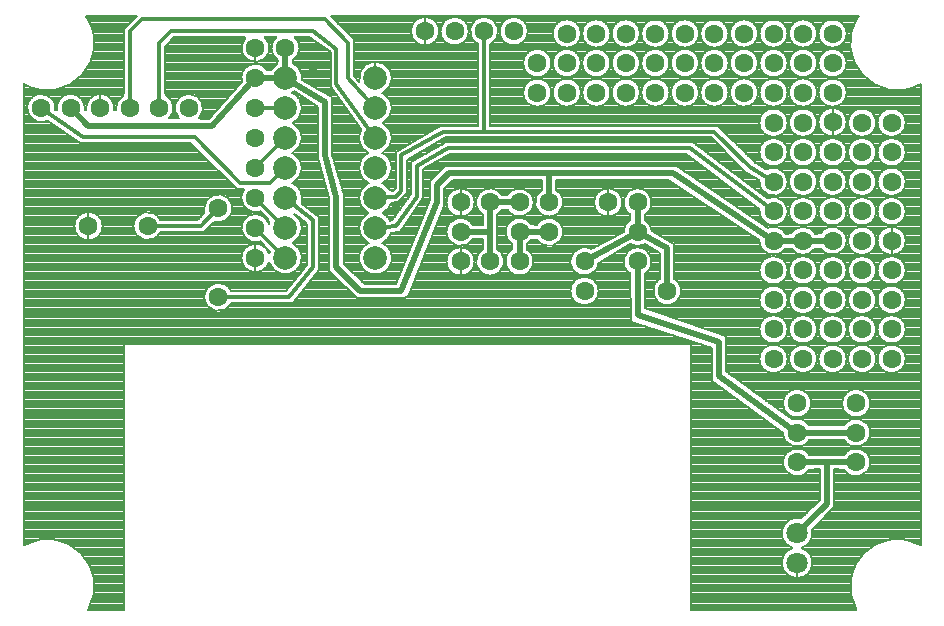
<source format=gbl>
G71*G90*G75*D02*
%ASAXBY*OFA0B0*MOMM*FSLAX43Y43*IPPOS*%
%ADD12C,0.200*%
%ADD14C,0.300*%
%ADD15C,0.500*%
%ADD17C,0.800*%
%ADD22C,1.600*%
%ADD24C,1.800*%
%ADD26C,2.000*%
G54D22*
G01X94500Y57250D03*
Y54750D03*
Y52250D03*
Y59750D03*
X84500D03*
Y57250D03*
Y54750D03*
Y52250D03*
G54D26*
X43180Y66040D03*
Y63500D03*
Y60960D03*
Y58420D03*
Y55880D03*
Y53340D03*
Y50800D03*
X50800D03*
Y53340D03*
Y55880D03*
Y58420D03*
Y60960D03*
Y63500D03*
Y66040D03*
G54D22*
X40640D03*
Y63500D03*
Y60960D03*
Y58420D03*
Y55880D03*
Y53340D03*
Y50800D03*
X35000Y63500D03*
X32500D03*
X30000D03*
X27500D03*
X25000D03*
X22500D03*
X26500Y53500D03*
X31500D03*
X86500Y38500D03*
Y36000D03*
Y33500D03*
X91500D03*
Y36000D03*
Y38500D03*
X37500Y47500D03*
Y55000D03*
G54D15*
X25000Y63500D02*
X26500Y62000D01*
X37000D01*
G54D14*
X22500Y63500D02*
X26000Y61000D01*
X35500D01*
X43180Y50800D02*
X40640Y53340D01*
X43180D02*
X40640Y55880D01*
Y58420D02*
X43180Y60960D01*
G54D15*
X37000Y62000D02*
X40640Y66040D01*
X43180D01*
G54D14*
Y63500D02*
X40640D01*
X35500Y61000D02*
X39370Y57150D01*
X40640D01*
X41910D01*
X31500Y53500D02*
X36000D01*
X37500Y55000D01*
Y47500D02*
X43500D01*
X45500Y50000D01*
Y54000D01*
G54D22*
X58000Y55500D03*
X60500D03*
X58000Y53000D03*
X63000D03*
X58000Y50500D03*
X60500D03*
X63000D03*
X65500Y53000D03*
X73000D03*
Y55500D03*
X70500D03*
X68500Y50500D03*
X73000D03*
G54D15*
X63000D02*
Y53000D01*
X65500D01*
X73000Y55500D02*
Y53000D01*
X68500Y50500D01*
X73000D02*
Y46000D01*
G54D14*
X30000Y63500D02*
Y70000D01*
X31000Y71000D01*
X46500D01*
X32500Y63500D02*
Y69000D01*
X33500Y70000D01*
X45500D01*
G54D22*
X43180Y68580D03*
X40640D03*
G54D15*
X43180Y66040D02*
Y68580D01*
G54D24*
X86500Y25000D03*
Y27500D03*
G54D15*
X89000Y30000D01*
X86500Y36000D02*
X91500D01*
X76000Y58000D02*
X84500Y52250D01*
G54D14*
X50800Y55880D02*
X52500Y56000D01*
X50800Y53340D02*
X52500Y53500D01*
X41910Y57150D02*
X43180Y58420D01*
X45500Y54000D02*
X43180Y55880D01*
G54D12*
X95700Y52250D02*
G02X93300Y52250I-1200J0D01*
X95700Y52250I1200J0D01*
G01Y54750D02*
G02X93300Y54750I-1200J0D01*
X95700Y54750I1200J0D01*
G01Y59750D02*
G02X93300Y59750I-1200J0D01*
X95700Y59750I1200J0D01*
G01Y57250D02*
G02X93300Y57250I-1200J0D01*
X95700Y57250I1200J0D01*
G01X85700Y59750D02*
G02X83300Y59750I-1200J0D01*
X85700Y59750I1200J0D01*
G01X27700Y53500D02*
G02X25300Y53500I-1200J0D01*
X27700Y53500I1200J0D01*
G01X71700Y55500D02*
G02X69300Y55500I-1200J0D01*
X71700Y55500I1200J0D01*
G01X27500Y63500D02*
Y64700D01*
X26500Y54700D02*
Y52300D01*
X70500Y56700D02*
Y54300D01*
X32573Y54037D02*
G03X32573Y52963I-1073J-537D01*
G01X36300Y55000D02*
G02X37500Y53800I1200J0D01*
G54D14*
G01X82500Y58500D02*
X84500Y57250D01*
X46500Y71000D02*
X48500Y69000D01*
Y66500D01*
X45500Y70000D02*
X47500Y68500D01*
G54D15*
X49500Y48000D02*
X53000D01*
X47500Y50000D02*
X49500Y48000D01*
X47500Y56000D02*
Y50000D01*
G54D14*
X48500Y66500D02*
Y66000D01*
X50800Y63500D01*
G54D15*
X43180Y66040D02*
X46500Y64000D01*
Y59500D02*
X47500Y56000D01*
X46500Y64000D02*
Y59500D01*
G54D12*
X94500Y51050D02*
Y53450D01*
G54D22*
X63000Y55500D03*
X65500D03*
G54D15*
X53000Y48000D02*
X56000Y55500D01*
Y57000D01*
X57000Y58000D01*
X76000D01*
X65500Y55500D02*
Y58000D01*
X60500Y53000D02*
X58000D01*
X60500D02*
Y50500D01*
G54D14*
X52500Y56000D02*
X53000Y56500D01*
Y59500D01*
X56500Y61500D01*
X79500D02*
X82500Y58500D01*
X56500Y61500D02*
X79500D01*
G54D12*
X58000Y49300D02*
Y51700D01*
X59200Y50500D02*
G02X56800Y50500I-1200J0D01*
X59200Y50500I1200J0D01*
G01X59900Y52400D02*
X59883Y51529D01*
G03X61117Y51529I617J-1029D01*
G01X61100Y53200D01*
X64012Y53644D02*
X64471Y53617D01*
X32573Y54037D02*
X32800Y54000D01*
X35700D01*
X36300Y54600D01*
Y55000D01*
X37500Y53800D02*
X37100D01*
X36300Y53000D01*
X32700D01*
X32573Y52963D01*
X71800Y53000D02*
G02X72383Y54029I1200J0D01*
G01Y54471D02*
Y54029D01*
Y54471D02*
G02X73617Y54471I617J1029D01*
G01X71800Y53000D02*
X69200Y51600D01*
X69037Y51573D01*
X72383Y49471D02*
G02X73644Y49488I617J1029D01*
G01X73600Y49300D01*
X90471Y36617D02*
G02X90471Y35383I1029J-617D01*
G01X87529Y36617D02*
X90471D01*
G54D14*
X56900Y60100D02*
X77400D01*
X84500Y54750D01*
X52500Y53500D02*
X54300Y56000D01*
Y58600D01*
X56900Y60100D01*
G54D17*
X52500Y55000D03*
X45500Y66500D03*
G54D12*
X59029Y52383D02*
X59900Y52400D01*
X62383Y51971D02*
G02X64012Y53644I617J1029D01*
G01X62383Y51529D02*
Y51971D01*
Y51529D02*
G03X63644Y51512I617J-1029D01*
G01X63617Y51971D02*
X63644Y51512D01*
X63617Y51971D02*
G03X64012Y52356I-617J1029D01*
G01X64488D02*
G03X64471Y53617I1012J644D01*
G01X64488Y52356D02*
X64012D01*
X89600Y29700D02*
X87767Y27792D01*
X86842Y28754D02*
G03X86089Y26267I-342J-1254D01*
G01X86842Y28754D02*
X88400Y30300D01*
X86882Y26243D02*
G02X86089Y26233I-382J-1243D01*
G01X86911Y26267D02*
G03X87767Y27792I-411J1233D01*
G01X86089Y26267D02*
Y26233D01*
X86911Y26267D02*
X86882Y26243D01*
X86500Y25000D02*
Y23700D01*
X40640Y49657D02*
Y51943D01*
Y68580D02*
Y67437D01*
X50800Y66040D02*
Y67437D01*
X33389Y62693D02*
X34111D01*
X35889D02*
X36784D01*
X33530Y62883D02*
X33970D01*
X36030D02*
X36955D01*
X33622Y63073D02*
X33878D01*
X36122D02*
X37126D01*
X33676Y63263D02*
X33824D01*
X36176D02*
X37297D01*
X33699Y63453D02*
X33801D01*
X36199D02*
X37468D01*
X33691Y63643D02*
X33809D01*
X36191D02*
X37639D01*
X33653Y63833D02*
X33847D01*
X36153D02*
X37810D01*
X33580Y64023D02*
X33920D01*
X36080D02*
X37981D01*
X33465Y64213D02*
X34035D01*
X35965D02*
X38152D01*
X33290Y64403D02*
X34210D01*
X35790D02*
X38323D01*
X33033Y64593D02*
X34506D01*
X35494D02*
X38494D01*
X33003Y64783D02*
X38665D01*
X33000Y64973D02*
X38836D01*
X33000Y65163D02*
X39007D01*
X33000Y65353D02*
X39178D01*
X33000Y65543D02*
X39349D01*
X33000Y65733D02*
X39468D01*
X33000Y65923D02*
X39446D01*
X33000Y66113D02*
X39442D01*
X33000Y66303D02*
X39469D01*
X33000Y66493D02*
X39529D01*
X33000Y66683D02*
X39627D01*
X33000Y66873D02*
X39777D01*
X41503D02*
X42055D01*
X33000Y67063D02*
X40013D01*
X41267D02*
X42225D01*
X33000Y67253D02*
X42482D01*
X33000Y67443D02*
X40255D01*
X41025D02*
X42527D01*
X33000Y67633D02*
X39902D01*
X41378D02*
X42442D01*
X33000Y67823D02*
X39709D01*
X41571D02*
X42249D01*
X33000Y68013D02*
X39582D01*
X41698D02*
X42122D01*
X33000Y68203D02*
X39501D01*
X41779D02*
X42041D01*
X33000Y68393D02*
X39455D01*
X41825D02*
X41995D01*
X33000Y68583D02*
X39440D01*
X41840D02*
X41980D01*
X33064Y68773D02*
X39456D01*
X41824D02*
X41996D01*
X33231Y68963D02*
X39503D01*
X41777D02*
X42043D01*
X33397Y69153D02*
X39586D01*
X41694D02*
X42126D01*
X33563Y69343D02*
X39714D01*
X41566D02*
X42254D01*
X33700Y69500D02*
X39700D01*
X33000Y68700D02*
X33700Y69500D01*
X33000Y64800D02*
Y68700D01*
X33037Y64573D02*
X33000Y64800D01*
X33037Y64573D02*
G02X33349Y62651I-537J-1073D01*
G01X34151D02*
X33349D01*
X34151D02*
G02X35849Y62651I849J849D01*
G01X36000Y62600D02*
X35849Y62651D01*
X36700Y62600D02*
X36000D01*
X39400Y65600D02*
X36700Y62600D01*
X39476Y65749D02*
X39400Y65600D01*
X39476Y65749D02*
G02X41629Y66720I1164J291D01*
G01X41937Y66684D01*
G02X42500Y67264I1243J-644D01*
G01X42544Y67562D02*
X42500Y67264D01*
X42544Y67562D02*
G02X42412Y69502I636J1018D01*
G01X42300Y69500D02*
X42412Y69502D01*
X41500Y69500D02*
X42300D01*
X41421Y69491D02*
X41500Y69500D01*
X41421Y69491D02*
G02X39791Y69429I-781J-911D01*
G01X39700Y69500D02*
X39791Y69429D01*
G54D22*
X89500Y62300D03*
G54D12*
X90700D02*
G02X88300Y62300I-1200J0D01*
X90700Y62300I1200J0D01*
G01X89500Y63500D02*
Y61100D01*
G54D15*
X84500Y52250D02*
X89500D01*
G54D22*
D03*
X87000Y59750D03*
G54D12*
X88200D02*
G02X85800Y59750I-1200J0D01*
X88200Y59750I1200J0D01*
G54D22*
G01X89500D03*
G54D12*
X90700D02*
G02X88300Y59750I-1200J0D01*
X90700Y59750I1200J0D01*
G54D22*
G01X92000D03*
G54D12*
X93200D02*
G02X90800Y59750I-1200J0D01*
X93200Y59750I1200J0D01*
G54D22*
G01X87000Y62250D03*
G54D12*
X88200D02*
G02X85800Y62250I-1200J0D01*
X88200Y62250I1200J0D01*
G54D22*
G01X84500D03*
G54D12*
X85700D02*
G02X83300Y62250I-1200J0D01*
X85700Y62250I1200J0D01*
G54D22*
G01X92000D03*
G54D12*
X93200D02*
G02X90800Y62250I-1200J0D01*
X93200Y62250I1200J0D01*
G54D22*
G01X94500D03*
G54D12*
X95700D02*
G02X93300Y62250I-1200J0D01*
X95700Y62250I1200J0D01*
G54D22*
G01X87000Y57250D03*
G54D12*
X88200D02*
G02X85800Y57250I-1200J0D01*
X88200Y57250I1200J0D01*
G54D22*
G01X89500D03*
G54D12*
X90700D02*
G02X88300Y57250I-1200J0D01*
X90700Y57250I1200J0D01*
G54D22*
G01X92000D03*
G54D12*
X93200D02*
G02X90800Y57250I-1200J0D01*
X93200Y57250I1200J0D01*
G54D22*
G01X87000Y54750D03*
G54D12*
X88200D02*
G02X85800Y54750I-1200J0D01*
X88200Y54750I1200J0D01*
G54D22*
G01X89500D03*
G54D12*
X90700D02*
G02X88300Y54750I-1200J0D01*
X90700Y54750I1200J0D01*
G54D22*
G01X92000D03*
G54D12*
X93200D02*
G02X90800Y54750I-1200J0D01*
X93200Y54750I1200J0D01*
G54D22*
G01X92000Y52250D03*
G54D12*
X93200D02*
G02X90800Y52250I-1200J0D01*
X93200Y52250I1200J0D01*
G54D22*
G01X84500Y49750D03*
G54D12*
X85700D02*
G02X83300Y49750I-1200J0D01*
X85700Y49750I1200J0D01*
G54D22*
G01X87000D03*
G54D12*
X88200D02*
G02X85800Y49750I-1200J0D01*
X88200Y49750I1200J0D01*
G54D22*
G01X89500D03*
G54D12*
X90700D02*
G02X88300Y49750I-1200J0D01*
X90700Y49750I1200J0D01*
G54D22*
G01X92000D03*
G54D12*
X93200D02*
G02X90800Y49750I-1200J0D01*
X93200Y49750I1200J0D01*
G54D22*
G01X94500D03*
G54D12*
X95700D02*
G02X93300Y49750I-1200J0D01*
X95700Y49750I1200J0D01*
G54D22*
G01X87000Y52250D03*
G54D12*
X58000Y55500D02*
Y56700D01*
G54D15*
X60500Y55500D02*
Y53000D01*
X63000Y55500D02*
X60500D01*
G54D12*
X59200D02*
G02X56800Y55500I-1200J0D01*
X59200Y55500I1200J0D01*
G01X58000D02*
Y54300D01*
X59029Y53617D02*
G03X59029Y52383I-1029J-617D01*
G01X59883Y54471D02*
G02X61529Y56117I617J1029D01*
G01X61971D02*
X61529D01*
X61971D02*
G02X61971Y54883I1029J-617D01*
G01X61512Y54856D02*
G02X61117Y54471I-1012J644D01*
G01X61512Y54856D02*
X61971Y54883D01*
X61100Y53200D02*
X61117Y54471D01*
X59029Y53617D02*
X59900Y53600D01*
X59883Y54471D01*
G54D15*
X86500Y33500D02*
X91500D01*
G54D12*
X89600Y32900D02*
Y29700D01*
X90471Y32883D02*
G03X90471Y34117I1029J617D01*
G01Y32883D02*
X89600Y32900D01*
X88400Y30300D02*
Y32900D01*
X87512Y32856D01*
G02X87529Y34117I-1012J644D01*
G01X90471D02*
X87529D01*
G54D15*
X89000Y30000D02*
Y33500D01*
G54D12*
X87529Y35383D02*
G02X85300Y36000I-1029J617D01*
G01X86090Y37128D02*
G02X87529Y36617I410J-1128D01*
G01X87700Y38500D02*
G02X85300Y38500I-1200J0D01*
X87700Y38500I1200J0D01*
G01X92700D02*
G02X90300Y38500I-1200J0D01*
X92700Y38500I1200J0D01*
G01X90471Y35383D02*
X87529D01*
G54D22*
X55000Y70000D03*
X57500D03*
X60000D03*
X62500D03*
G54D12*
X56200D02*
G02X53800Y70000I-1200J0D01*
X56200Y70000I1200J0D01*
G01X58700D02*
G02X56300Y70000I-1200J0D01*
X58700Y70000I1200J0D01*
G01X63700D02*
G02X61300Y70000I-1200J0D01*
X63700Y70000I1200J0D01*
G54D14*
G01X60000D02*
Y61500D01*
G54D22*
X87000Y64800D03*
G54D12*
X88200D02*
G02X85800Y64800I-1200J0D01*
X88200Y64800I1200J0D01*
G54D22*
G01X84500D03*
G54D12*
X85700D02*
G02X83300Y64800I-1200J0D01*
X85700Y64800I1200J0D01*
G54D22*
G01X87000Y67300D03*
G54D12*
X88200D02*
G02X85800Y67300I-1200J0D01*
X88200Y67300I1200J0D01*
G54D22*
G01X87000Y69800D03*
G54D12*
X88200D02*
G02X85800Y69800I-1200J0D01*
X88200Y69800I1200J0D01*
G54D22*
G01X84500Y67300D03*
G54D12*
X85700D02*
G02X83300Y67300I-1200J0D01*
X85700Y67300I1200J0D01*
G54D22*
G01X84500Y69800D03*
G54D12*
X85700D02*
G02X83300Y69800I-1200J0D01*
X85700Y69800I1200J0D01*
G54D22*
G01X82000Y67300D03*
G54D12*
X83200D02*
G02X80800Y67300I-1200J0D01*
X83200Y67300I1200J0D01*
G54D22*
G01X82000Y69800D03*
G54D12*
X83200D02*
G02X80800Y69800I-1200J0D01*
X83200Y69800I1200J0D01*
G54D22*
G01X82000Y64800D03*
G54D12*
X83200D02*
G02X80800Y64800I-1200J0D01*
X83200Y64800I1200J0D01*
G54D22*
G01X79500D03*
G54D12*
X80700D02*
G02X78300Y64800I-1200J0D01*
X80700Y64800I1200J0D01*
G54D22*
G01X79500Y67300D03*
G54D12*
X80700D02*
G02X78300Y67300I-1200J0D01*
X80700Y67300I1200J0D01*
G54D22*
G01X79500Y69800D03*
G54D12*
X80700D02*
G02X78300Y69800I-1200J0D01*
X80700Y69800I1200J0D01*
G54D22*
G01X77000Y64800D03*
G54D12*
X78200D02*
G02X75800Y64800I-1200J0D01*
X78200Y64800I1200J0D01*
G54D22*
G01X77000Y67300D03*
G54D12*
X78200D02*
G02X75800Y67300I-1200J0D01*
X78200Y67300I1200J0D01*
G54D22*
G01X77000Y69800D03*
G54D12*
X78200D02*
G02X75800Y69800I-1200J0D01*
X78200Y69800I1200J0D01*
G54D22*
G01X74500D03*
G54D12*
X75700D02*
G02X73300Y69800I-1200J0D01*
X75700Y69800I1200J0D01*
G54D22*
G01X74500Y67300D03*
G54D12*
X75700D02*
G02X73300Y67300I-1200J0D01*
X75700Y67300I1200J0D01*
G54D22*
G01X74500Y64800D03*
G54D12*
X75700D02*
G02X73300Y64800I-1200J0D01*
X75700Y64800I1200J0D01*
G54D22*
G01X72000D03*
G54D12*
X73200D02*
G02X70800Y64800I-1200J0D01*
X73200Y64800I1200J0D01*
G54D22*
G01X72000Y67300D03*
G54D12*
X73200D02*
G02X70800Y67300I-1200J0D01*
X73200Y67300I1200J0D01*
G54D22*
G01X72000Y69800D03*
G54D12*
X73200D02*
G02X70800Y69800I-1200J0D01*
X73200Y69800I1200J0D01*
G54D22*
G01X69500D03*
G54D12*
X70700D02*
G02X68300Y69800I-1200J0D01*
X70700Y69800I1200J0D01*
G54D22*
G01X69500Y67300D03*
G54D12*
X70700D02*
G02X68300Y67300I-1200J0D01*
X70700Y67300I1200J0D01*
G54D22*
G01X69500Y64800D03*
G54D12*
X70700D02*
G02X68300Y64800I-1200J0D01*
X70700Y64800I1200J0D01*
G54D22*
G01X67000D03*
G54D12*
X68200D02*
G02X65800Y64800I-1200J0D01*
X68200Y64800I1200J0D01*
G54D22*
G01X67000Y67300D03*
G54D12*
X68200D02*
G02X65800Y67300I-1200J0D01*
X68200Y67300I1200J0D01*
G54D22*
G01X67000Y69800D03*
G54D12*
X68200D02*
G02X65800Y69800I-1200J0D01*
X68200Y69800I1200J0D01*
G54D22*
G01X64500Y67300D03*
G54D12*
X65700D02*
G02X63300Y67300I-1200J0D01*
X65700Y67300I1200J0D01*
G54D22*
G01X64500Y64800D03*
G54D12*
X65700D02*
G02X63300Y64800I-1200J0D01*
X65700Y64800I1200J0D01*
G54D22*
G01X89500Y69800D03*
G54D12*
X90700D02*
G02X88300Y69800I-1200J0D01*
X90700Y69800I1200J0D01*
G54D22*
G01X89500Y67300D03*
G54D12*
X90700D02*
G02X88300Y67300I-1200J0D01*
X90700Y67300I1200J0D01*
G54D22*
G01X89500Y64800D03*
G54D12*
X90700D02*
G02X88300Y64800I-1200J0D01*
X90700Y64800I1200J0D01*
G01X55000Y68800D02*
Y71200D01*
G54D22*
X84500Y47250D03*
G54D12*
X85700D02*
G02X83300Y47250I-1200J0D01*
X85700Y47250I1200J0D01*
G54D22*
G01X87000D03*
G54D12*
X88200D02*
G02X85800Y47250I-1200J0D01*
X88200Y47250I1200J0D01*
G54D22*
G01X89500D03*
G54D12*
X90700D02*
G02X88300Y47250I-1200J0D01*
X90700Y47250I1200J0D01*
G54D22*
G01X92000D03*
G54D12*
X93200D02*
G02X90800Y47250I-1200J0D01*
X93200Y47250I1200J0D01*
G54D22*
G01X94500D03*
G54D12*
X95700D02*
G02X93300Y47250I-1200J0D01*
X95700Y47250I1200J0D01*
G54D22*
G01X84500Y44750D03*
G54D12*
X85700D02*
G02X83300Y44750I-1200J0D01*
X85700Y44750I1200J0D01*
G54D22*
G01X87000D03*
G54D12*
X88200D02*
G02X85800Y44750I-1200J0D01*
X88200Y44750I1200J0D01*
G54D22*
G01X89500D03*
G54D12*
X90700D02*
G02X88300Y44750I-1200J0D01*
X90700Y44750I1200J0D01*
G54D22*
G01X92000D03*
G54D12*
X93200D02*
G02X90800Y44750I-1200J0D01*
X93200Y44750I1200J0D01*
G54D22*
G01X94500D03*
G54D12*
X95700D02*
G02X93300Y44750I-1200J0D01*
X95700Y44750I1200J0D01*
G54D22*
G01X84500Y42250D03*
G54D12*
X85700D02*
G02X83300Y42250I-1200J0D01*
X85700Y42250I1200J0D01*
G54D22*
G01X87000D03*
G54D12*
X88200D02*
G02X85800Y42250I-1200J0D01*
X88200Y42250I1200J0D01*
G54D22*
G01X89500D03*
G54D12*
X90700D02*
G02X88300Y42250I-1200J0D01*
X90700Y42250I1200J0D01*
G54D22*
G01X92000D03*
G54D12*
X93200D02*
G02X90800Y42250I-1200J0D01*
X93200Y42250I1200J0D01*
G54D22*
G01X94500D03*
G54D12*
X95700D02*
G02X93300Y42250I-1200J0D01*
X95700Y42250I1200J0D01*
G54D22*
G01X68500Y48000D03*
G54D12*
X69700D02*
G02X67300Y48000I-1200J0D01*
X69700Y48000I1200J0D01*
G54D22*
G01X75500D03*
G54D12*
X73617Y51971D02*
G02X72383Y51971I-617J1029D01*
G54D15*
G01X75500Y48000D02*
Y51600D01*
X73000Y53000D01*
G54D12*
X74900Y51200D02*
X73617Y51971D01*
X74900Y49100D02*
Y51200D01*
Y49100D02*
X74883Y49029D01*
G03X76117Y49029I617J-1029D01*
G01X76100Y49100D02*
X76117Y49029D01*
X76100Y52000D02*
Y49100D01*
X74196Y53100D02*
G03X73617Y54029I-1196J-100D01*
G01Y54471D02*
Y54029D01*
X74196Y53100D02*
X76100Y52000D01*
X69696Y50408D02*
G02X69037Y51573I-1196J92D01*
G01X69696Y50408D02*
X72383Y51971D01*
G54D14*
X47500Y68500D02*
Y65500D01*
X50800Y60960D01*
G54D15*
X79900Y40800D02*
X86500Y36000D01*
G54D12*
X73600Y49300D02*
Y46600D01*
X80500Y41200D02*
X86090Y37128D01*
X72400Y45400D02*
X72383Y49471D01*
X85300Y36000D02*
X79300Y40400D01*
G54D15*
X73000Y46000D02*
X79900Y43700D01*
Y40800D01*
G54D12*
X79300Y43200D02*
X72400Y45400D01*
X79300Y40400D02*
Y43200D01*
X73600Y46600D02*
X80500Y44200D01*
Y41200D01*
X77500Y43500D02*
Y21000D01*
X29500Y43500D02*
X77500D01*
X29500Y21000D02*
Y43500D01*
X26473Y21015D02*
X29500Y21000D01*
X26473Y21015D02*
G03X21015Y26473I-3473J1985D01*
G01Y65527D02*
Y26473D01*
Y65527D02*
G03X26296Y71266I1985J3473D01*
G01X26400Y71300D01*
X30600D01*
X29500Y70200D01*
Y65000D01*
X29463Y64573D01*
G03X28819Y63285I537J-1073D01*
G01X28682Y63292D01*
G03X26318Y63292I-1182J208D01*
G01X26182D01*
G03X23818Y63292I-1182J208D01*
G01X23682D01*
G03X22879Y62362I-1182J208D01*
G01X23100Y62400D01*
X25800Y60500D01*
X35100D01*
X39100Y56600D01*
X39687Y56610D01*
G03X40990Y54732I953J-730D01*
G01X41700Y54100D01*
X41786Y53696D01*
G03X41001Y52196I-1146J-356D01*
G01X41900Y51300D02*
X41001Y52196D01*
X41774Y51191D02*
X41900Y51300D01*
X41774Y51191D02*
G03X41774Y50409I-1134J-391D01*
G01X41844Y50382D02*
X41774Y50409D01*
X41844Y50382D02*
G03X43783Y52064I1336J418D01*
G01X43806Y52088D01*
G03X43918Y54529I-626J1252D01*
G01X44300Y54300D01*
X45000Y53700D01*
Y50200D01*
X43200Y48000D01*
X38800D01*
X38573Y48037D01*
G03X38573Y46963I-1073J-537D01*
G01X38700Y47000D01*
X43800D01*
X46000Y49800D01*
Y54300D01*
X44600Y55400D01*
X44538Y55540D01*
G03X43814Y57128I-1358J340D01*
G01X43775Y57153D01*
G03X43790Y59680I-595J1267D01*
G01X43761Y59686D01*
G03X43806Y62212I-581J1274D01*
G01X43783Y62236D01*
G03X43737Y64785I-603J1264D01*
G01X43900Y64900D01*
X45900Y63600D01*
Y59300D01*
X46900Y55900D01*
Y49700D01*
X49200Y47400D01*
X53300D01*
X53600Y47700D01*
X56600Y55200D01*
Y56600D01*
X57400Y57400D01*
X64900D01*
X64883Y56529D01*
G03X65500Y54300I617J-1029D01*
X66117Y56529I0J1200D01*
G01X66100Y57400D01*
X75600D01*
X83300Y52300D01*
X83301Y52304D01*
G03X85506Y51596I1199J-54D01*
G01X85994D01*
G03X87991Y51574I1006J654D01*
G01X88494Y51596D01*
G03X88476Y52876I1006J654D01*
G01X88033Y52860D01*
G03X85994Y52904I-1033J-610D01*
G01X85533Y52860D01*
G03X84054Y53364I-1033J-610D01*
G01X76300Y58600D01*
X56700D01*
X55400Y57300D01*
Y55700D01*
X52500Y48600D01*
X49900D01*
X48100Y50300D01*
Y56200D01*
X47100Y59600D01*
Y64400D01*
X44573Y65903D01*
G03X43798Y67296I-1393J137D01*
G01X43816Y67562D01*
G03X43961Y69491I-636J1018D01*
G01X45200Y69500D01*
X47000Y68200D01*
Y65300D01*
X49600Y61700D01*
X49590Y61664D01*
G03X50198Y59696I1210J-704D01*
G01X50206Y59688D01*
G03X50221Y57145I594J-1268D01*
G01X50182Y57136D01*
G03X50206Y54612I618J-1256D01*
G01X50198Y54604D01*
G03X50190Y52080I602J-1264D01*
G01X50213Y52071D01*
G03X51387Y52071I587J-1271D01*
G01X51372Y52062D02*
X51387Y52071D01*
X51372Y52062D02*
G03X52128Y52897I-572J1278D01*
G01X52900Y53000D01*
X54800Y55900D01*
Y58300D01*
X57100Y59600D01*
X77100D01*
X83311Y54912D01*
G03X83984Y55833I1189J-162D01*
G01X77700Y60600D01*
X56800D01*
X53800Y58900D01*
Y56200D01*
X52200Y54000D01*
X52052Y53966D01*
G03X51402Y54604I-1252J-626D01*
G01X51472Y54652D01*
G03X52128Y55437I-672J1228D01*
G01X52700Y55500D01*
X53500Y56300D01*
Y59100D01*
X56800Y61000D01*
X79200D01*
X82100Y58100D01*
X83309Y57399D01*
G03X84054Y58364I1191J-149D01*
G01X83800Y58300D01*
X82900Y58900D01*
X79800Y62000D01*
X60500D01*
Y68900D01*
X60537Y68927D01*
G03X59503Y68908I-537J1073D01*
G01X59500Y62000D01*
X56300D01*
X52500Y59800D01*
Y56700D01*
X52300Y56500D01*
X52020Y56567D01*
G03X51418Y57136I-1220J-687D01*
G01X51379Y57145D01*
G03X51394Y59688I-579J1275D01*
G01X51402Y59696D02*
X51394Y59688D01*
X51402Y59696D02*
G03X51448Y62201I-602J1264D01*
G01X51426Y62248D01*
G03X51426Y64752I-626J1252D01*
G01X51372Y64762D01*
G03X49440Y65710I-572J1278D01*
G01X49000Y66200D01*
Y69300D01*
X47000Y71300D01*
X53400D01*
X91600D01*
X91704Y71266D01*
G03X96985Y65527I3296J-2266D01*
G01Y26473D02*
Y65527D01*
Y26473D02*
G03X91527Y21015I-1985J-3473D01*
G01X77500Y21000D02*
X91527Y21015D01*
X85300Y36000D02*
X79300Y40400D01*
X85300Y36000D02*
G03X87529Y35383I1200J0D01*
G01X90471D02*
X87529D01*
X90471D02*
G03X90471Y36617I1029J617D01*
G01X87529D02*
X90471D01*
X87529D02*
G03X86090Y37128I-1029J-617D01*
G01X80500Y41200D02*
X86090Y37128D01*
X80500Y44200D02*
Y41200D01*
X73600Y46600D02*
X80500Y44200D01*
X73600Y49300D02*
Y46600D01*
X73644Y49488D02*
X73600Y49300D01*
X73644Y49488D02*
G03X72383Y49471I-644J1012D01*
G01X72400Y45400D02*
X72383Y49471D01*
X79300Y43200D02*
X72400Y45400D01*
X79300Y40400D02*
Y43200D01*
X27700Y53500D02*
G02X25300Y53500I-1200J0D01*
X27700Y53500I1200J0D01*
G01X36300Y53000D02*
X32700D01*
X37100Y53800D02*
X36300Y53000D01*
X37500Y53800D02*
X37100D01*
X37500D02*
G03X36300Y55000I0J1200D01*
G01Y54600D02*
Y55000D01*
X35700Y54000D02*
X36300Y54600D01*
X32800Y54000D02*
X35700D01*
X32573Y54037D02*
X32800Y54000D01*
X32573Y54037D02*
G03X32573Y52963I-1073J-537D01*
G01X32700Y53000D02*
X32573Y52963D01*
X58000Y51700D02*
X59200Y50500D02*
G02X56800Y50500I-1200J0D01*
X59200Y50500I1200J0D01*
G01X59883Y51529D02*
G03X61117Y51529I617J-1029D01*
G01X59900Y52400D02*
X59883Y51529D01*
X59029Y52383D02*
X59900Y52400D01*
X59029Y52383D02*
G02X59029Y53617I-1029J617D01*
G01X59900Y53600D01*
X59883Y54471D01*
G02X61529Y56117I617J1029D01*
G01X61971D02*
X61529D01*
X61971D02*
G02X61971Y54883I1029J-617D01*
G01X61512Y54856D02*
X61971Y54883D01*
X61512Y54856D02*
G02X61117Y54471I-1012J644D01*
G01X61100Y53200D02*
X61117Y54471D01*
Y51529D02*
X61100Y53200D01*
X62383Y51529D02*
G03X63644Y51512I617J-1029D01*
G01X62383Y51529D02*
Y51971D01*
G02X64012Y53644I617J1029D01*
G01X64471Y53617D01*
G02X64488Y52356I1029J-617D01*
G01X64012D01*
G02X63617Y51971I-1012J644D01*
G01X63644Y51512D01*
X59200Y55500D02*
G02X56800Y55500I-1200J0D01*
X59200Y55500I1200J0D01*
G01X69700Y48000D02*
G02X67300Y48000I-1200J0D01*
X69700Y48000I1200J0D01*
G01X69696Y50408D02*
X72383Y51971D01*
X69696Y50408D02*
G02X69037Y51573I-1196J92D01*
G01X69200Y51600D02*
X69037Y51573D01*
X71800Y53000D02*
X69200Y51600D01*
X71800Y53000D02*
G02X72383Y54029I1200J0D01*
G01Y54471D02*
Y54029D01*
Y54471D02*
G02X73617Y54471I617J1029D01*
G01Y54029D01*
G02X74196Y53100I-617J-1029D01*
G01X76100Y52000D01*
Y49100D01*
X76117Y49029D01*
G02X74883Y49029I-617J-1029D01*
G01X74900Y49100D02*
X74883Y49029D01*
X74900Y49100D02*
Y51200D01*
X73617Y51971D01*
G02X72383Y51971I-617J1029D01*
G01X71700Y55500D02*
G02X69300Y55500I-1200J0D01*
X71700Y55500I1200J0D01*
G01X56200Y70000D02*
G02X53800Y70000I-1200J0D01*
X56200Y70000I1200J0D01*
G01X58700D02*
G02X56300Y70000I-1200J0D01*
X58700Y70000I1200J0D01*
G01X63700D02*
G02X61300Y70000I-1200J0D01*
X63700Y70000I1200J0D01*
G01X65700Y64800D02*
G02X63300Y64800I-1200J0D01*
X65700Y64800I1200J0D01*
G01Y67300D02*
G02X63300Y67300I-1200J0D01*
X65700Y67300I1200J0D01*
G01X68200Y64800D02*
G02X65800Y64800I-1200J0D01*
X68200Y64800I1200J0D01*
G01Y67300D02*
G02X65800Y67300I-1200J0D01*
X68200Y67300I1200J0D01*
G01X70700D02*
G02X68300Y67300I-1200J0D01*
X70700Y67300I1200J0D01*
G01Y64800D02*
G02X68300Y64800I-1200J0D01*
X70700Y64800I1200J0D01*
G01X68200Y69800D02*
G02X65800Y69800I-1200J0D01*
X68200Y69800I1200J0D01*
G01X70700D02*
G02X68300Y69800I-1200J0D01*
X70700Y69800I1200J0D01*
G01X73200D02*
G02X70800Y69800I-1200J0D01*
X73200Y69800I1200J0D01*
G01Y67300D02*
G02X70800Y67300I-1200J0D01*
X73200Y67300I1200J0D01*
G01Y64800D02*
G02X70800Y64800I-1200J0D01*
X73200Y64800I1200J0D01*
G01X75700D02*
G02X73300Y64800I-1200J0D01*
X75700Y64800I1200J0D01*
G01X78200D02*
G02X75800Y64800I-1200J0D01*
X78200Y64800I1200J0D01*
G01X75700Y67300D02*
G02X73300Y67300I-1200J0D01*
X75700Y67300I1200J0D01*
G01X78200D02*
G02X75800Y67300I-1200J0D01*
X78200Y67300I1200J0D01*
G01X75700Y69800D02*
G02X73300Y69800I-1200J0D01*
X75700Y69800I1200J0D01*
G01X78200D02*
G02X75800Y69800I-1200J0D01*
X78200Y69800I1200J0D01*
G01X80700D02*
G02X78300Y69800I-1200J0D01*
X80700Y69800I1200J0D01*
G01X83200D02*
G02X80800Y69800I-1200J0D01*
X83200Y69800I1200J0D01*
G01Y67300D02*
G02X80800Y67300I-1200J0D01*
X83200Y67300I1200J0D01*
G01X80700D02*
G02X78300Y67300I-1200J0D01*
X80700Y67300I1200J0D01*
G01Y64800D02*
G02X78300Y64800I-1200J0D01*
X80700Y64800I1200J0D01*
G01X83200D02*
G02X80800Y64800I-1200J0D01*
X83200Y64800I1200J0D01*
G01X85700Y69800D02*
G02X83300Y69800I-1200J0D01*
X85700Y69800I1200J0D01*
G01X88200D02*
G02X85800Y69800I-1200J0D01*
X88200Y69800I1200J0D01*
G01X85700Y67300D02*
G02X83300Y67300I-1200J0D01*
X85700Y67300I1200J0D01*
G01X88200D02*
G02X85800Y67300I-1200J0D01*
X88200Y67300I1200J0D01*
G01X90700Y69800D02*
G02X88300Y69800I-1200J0D01*
X90700Y69800I1200J0D01*
G01Y67300D02*
G02X88300Y67300I-1200J0D01*
X90700Y67300I1200J0D01*
G01X85700Y64800D02*
G02X83300Y64800I-1200J0D01*
X85700Y64800I1200J0D01*
G01X88200D02*
G02X85800Y64800I-1200J0D01*
X88200Y64800I1200J0D01*
G01X85700Y62250D02*
G02X83300Y62250I-1200J0D01*
X85700Y62250I1200J0D01*
G01X88200D02*
G02X85800Y62250I-1200J0D01*
X88200Y62250I1200J0D01*
G01X90700Y64800D02*
G02X88300Y64800I-1200J0D01*
X90700Y64800I1200J0D01*
G01Y62300D02*
G02X88300Y62300I-1200J0D01*
X90700Y62300I1200J0D01*
G01X95700Y62250D02*
G02X93300Y62250I-1200J0D01*
X95700Y62250I1200J0D01*
G01X93200D02*
G02X90800Y62250I-1200J0D01*
X93200Y62250I1200J0D01*
G01X95700Y59750D02*
G02X93300Y59750I-1200J0D01*
X95700Y59750I1200J0D01*
G01X93200D02*
G02X90800Y59750I-1200J0D01*
X93200Y59750I1200J0D01*
G01X90700D02*
G02X88300Y59750I-1200J0D01*
X90700Y59750I1200J0D01*
G01X85700D02*
G02X83300Y59750I-1200J0D01*
X85700Y59750I1200J0D01*
G01X88200D02*
G02X85800Y59750I-1200J0D01*
X88200Y59750I1200J0D01*
G01Y57250D02*
G02X85800Y57250I-1200J0D01*
X88200Y57250I1200J0D01*
G01X90700D02*
G02X88300Y57250I-1200J0D01*
X90700Y57250I1200J0D01*
G01X88200Y54750D02*
G02X85800Y54750I-1200J0D01*
X88200Y54750I1200J0D01*
G01X90700D02*
G02X88300Y54750I-1200J0D01*
X90700Y54750I1200J0D01*
G01X93200Y57250D02*
G02X90800Y57250I-1200J0D01*
X93200Y57250I1200J0D01*
G01X95700D02*
G02X93300Y57250I-1200J0D01*
X95700Y57250I1200J0D01*
G01X93200Y54750D02*
G02X90800Y54750I-1200J0D01*
X93200Y54750I1200J0D01*
G01X95700D02*
G02X93300Y54750I-1200J0D01*
X95700Y54750I1200J0D01*
G01X93200Y52250D02*
G02X90800Y52250I-1200J0D01*
X93200Y52250I1200J0D01*
G01X95700D02*
G02X93300Y52250I-1200J0D01*
X95700Y52250I1200J0D01*
G01X93200Y49750D02*
G02X90800Y49750I-1200J0D01*
X93200Y49750I1200J0D01*
G01X95700D02*
G02X93300Y49750I-1200J0D01*
X95700Y49750I1200J0D01*
G01X93200Y47250D02*
G02X90800Y47250I-1200J0D01*
X93200Y47250I1200J0D01*
G01X95700D02*
G02X93300Y47250I-1200J0D01*
X95700Y47250I1200J0D01*
G01X88200Y49750D02*
G02X85800Y49750I-1200J0D01*
X88200Y49750I1200J0D01*
G01X90700D02*
G02X88300Y49750I-1200J0D01*
X90700Y49750I1200J0D01*
G01X88200Y47250D02*
G02X85800Y47250I-1200J0D01*
X88200Y47250I1200J0D01*
G01X90700D02*
G02X88300Y47250I-1200J0D01*
X90700Y47250I1200J0D01*
G01X85700Y49750D02*
G02X83300Y49750I-1200J0D01*
X85700Y49750I1200J0D01*
G01Y47250D02*
G02X83300Y47250I-1200J0D01*
X85700Y47250I1200J0D01*
G01X95700Y44750D02*
G02X93300Y44750I-1200J0D01*
X95700Y44750I1200J0D01*
G01Y42250D02*
G02X93300Y42250I-1200J0D01*
X95700Y42250I1200J0D01*
G01X93200Y44750D02*
G02X90800Y44750I-1200J0D01*
X93200Y44750I1200J0D01*
G01Y42250D02*
G02X90800Y42250I-1200J0D01*
X93200Y42250I1200J0D01*
G01X90700Y44750D02*
G02X88300Y44750I-1200J0D01*
X90700Y44750I1200J0D01*
G01Y42250D02*
G02X88300Y42250I-1200J0D01*
X90700Y42250I1200J0D01*
G01X88200Y44750D02*
G02X85800Y44750I-1200J0D01*
X88200Y44750I1200J0D01*
G01Y42250D02*
G02X85800Y42250I-1200J0D01*
X88200Y42250I1200J0D01*
G01X85700Y44750D02*
G02X83300Y44750I-1200J0D01*
X85700Y44750I1200J0D01*
G01Y42250D02*
G02X83300Y42250I-1200J0D01*
X85700Y42250I1200J0D01*
G01X87700Y38500D02*
G02X85300Y38500I-1200J0D01*
X87700Y38500I1200J0D01*
G01X92700D02*
G02X90300Y38500I-1200J0D01*
X92700Y38500I1200J0D01*
G01X89600Y29700D02*
X87767Y27792D01*
X89600Y32900D02*
Y29700D01*
X90471Y32883D02*
X89600Y32900D01*
X90471Y32883D02*
G03X90471Y34117I1029J617D01*
G01X87529D01*
G03X87512Y32856I-1029J-617D01*
G01X88400Y32900D02*
X87512Y32856D01*
X88400Y30300D02*
Y32900D01*
X86842Y28754D02*
X88400Y30300D01*
X86842Y28754D02*
G03X86089Y26267I-342J-1254D01*
G01Y26233D01*
G03X86882Y26243I411J-1233D01*
G01X86911Y26267D02*
X86882Y26243D01*
X86911Y26267D02*
G03X87767Y27792I-411J1233D01*
G01X26497Y21057D02*
X29500D01*
X77500D02*
X91503D01*
X26596Y21247D02*
X29500D01*
X77500D02*
X91404D01*
X26682Y21437D02*
X29500D01*
X77500D02*
X91318D01*
X26757Y21627D02*
X29500D01*
X77500D02*
X91243D01*
X26821Y21817D02*
X29500D01*
X77500D02*
X91179D01*
X26875Y22007D02*
X29500D01*
X77500D02*
X91125D01*
X26919Y22197D02*
X29500D01*
X77500D02*
X91081D01*
X26953Y22387D02*
X29500D01*
X77500D02*
X91047D01*
X26978Y22577D02*
X29500D01*
X77500D02*
X91022D01*
X26993Y22767D02*
X29500D01*
X77500D02*
X91007D01*
X27000Y22957D02*
X29500D01*
X77500D02*
X91000D01*
X26997Y23147D02*
X29500D01*
X77500D02*
X91003D01*
X26986Y23337D02*
X29500D01*
X77500D02*
X91014D01*
X26965Y23527D02*
X29500D01*
X77500D02*
X91035D01*
X26935Y23717D02*
X29500D01*
X77500D02*
X86288D01*
X86712D02*
X91065D01*
X26896Y23907D02*
X29500D01*
X77500D02*
X85795D01*
X87205D02*
X91104D01*
X26847Y24097D02*
X29500D01*
X77500D02*
X85564D01*
X87436D02*
X91153D01*
X26787Y24287D02*
X29500D01*
X77500D02*
X85413D01*
X87587D02*
X91213D01*
X26717Y24477D02*
X29500D01*
X77500D02*
X85310D01*
X87690D02*
X91283D01*
X26636Y24667D02*
X29500D01*
X77500D02*
X85243D01*
X87757D02*
X91364D01*
X26543Y24857D02*
X29500D01*
X77500D02*
X85208D01*
X87792D02*
X91457D01*
X26436Y25047D02*
X29500D01*
X77500D02*
X85201D01*
X87799D02*
X91564D01*
X26316Y25237D02*
X29500D01*
X77500D02*
X85222D01*
X87778D02*
X91684D01*
X26179Y25427D02*
X29500D01*
X77500D02*
X85272D01*
X87728D02*
X91821D01*
X26025Y25617D02*
X29500D01*
X77500D02*
X85356D01*
X87644D02*
X91975D01*
X25849Y25807D02*
X29500D01*
X77500D02*
X85481D01*
X87519D02*
X92151D01*
X25649Y25997D02*
X29500D01*
X77500D02*
X85666D01*
X87334D02*
X92351D01*
X25417Y26187D02*
X29500D01*
X77500D02*
X85971D01*
X87029D02*
X92583D01*
X25143Y26377D02*
X29500D01*
X77500D02*
X85844D01*
X87156D02*
X92857D01*
X21015Y26567D02*
X21191D01*
X24809D02*
X29500D01*
X77500D02*
X85594D01*
X87406D02*
X93191D01*
X96809D02*
X96985D01*
X21015Y26757D02*
X21628D01*
X24372D02*
X29500D01*
X77500D02*
X85433D01*
X87567D02*
X93628D01*
X96372D02*
X96985D01*
X21015Y26947D02*
X22354D01*
X23646D02*
X29500D01*
X77500D02*
X85323D01*
X87677D02*
X94354D01*
X95646D02*
X96985D01*
X21015Y27137D02*
X29500D01*
X77500D02*
X85252D01*
X87748D02*
X96985D01*
X21015Y27327D02*
X29500D01*
X77500D02*
X85212D01*
X87788D02*
X96985D01*
X21015Y27517D02*
X29500D01*
X77500D02*
X85200D01*
X87800D02*
X96985D01*
X21015Y27707D02*
X29500D01*
X77500D02*
X85217D01*
X87783D02*
X96985D01*
X21015Y27897D02*
X29500D01*
X77500D02*
X85262D01*
X87868D02*
X96985D01*
X21015Y28087D02*
X29500D01*
X77500D02*
X85340D01*
X88050D02*
X96985D01*
X21015Y28277D02*
X29500D01*
X77500D02*
X85458D01*
X88233D02*
X96985D01*
X21015Y28467D02*
X29500D01*
X77500D02*
X85632D01*
X88416D02*
X96985D01*
X21015Y28657D02*
X29500D01*
X77500D02*
X85908D01*
X88598D02*
X96985D01*
X21015Y28847D02*
X29500D01*
X77500D02*
X86936D01*
X88781D02*
X96985D01*
X21015Y29037D02*
X29500D01*
X77500D02*
X87128D01*
X88963D02*
X96985D01*
X21015Y29227D02*
X29500D01*
X77500D02*
X87319D01*
X89146D02*
X96985D01*
X21015Y29417D02*
X29500D01*
X77500D02*
X87511D01*
X89328D02*
X96985D01*
X21015Y29607D02*
X29500D01*
X77500D02*
X87702D01*
X89511D02*
X96985D01*
X21015Y29797D02*
X29500D01*
X77500D02*
X87893D01*
X89600D02*
X96985D01*
X21015Y29987D02*
X29500D01*
X77500D02*
X88085D01*
X89600D02*
X96985D01*
X21015Y30177D02*
X29500D01*
X77500D02*
X88276D01*
X89600D02*
X96985D01*
X21015Y30367D02*
X29500D01*
X77500D02*
X88400D01*
X89600D02*
X96985D01*
X21015Y30557D02*
X29500D01*
X77500D02*
X88400D01*
X89600D02*
X96985D01*
X21015Y30747D02*
X29500D01*
X77500D02*
X88400D01*
X89600D02*
X96985D01*
X21015Y30937D02*
X29500D01*
X77500D02*
X88400D01*
X89600D02*
X96985D01*
X21015Y31127D02*
X29500D01*
X77500D02*
X88400D01*
X89600D02*
X96985D01*
X21015Y31317D02*
X29500D01*
X77500D02*
X88400D01*
X89600D02*
X96985D01*
X21015Y31507D02*
X29500D01*
X77500D02*
X88400D01*
X89600D02*
X96985D01*
X21015Y31697D02*
X29500D01*
X77500D02*
X88400D01*
X89600D02*
X96985D01*
X21015Y31887D02*
X29500D01*
X77500D02*
X88400D01*
X89600D02*
X96985D01*
X21015Y32077D02*
X29500D01*
X77500D02*
X88400D01*
X89600D02*
X96985D01*
X21015Y32267D02*
X29500D01*
X77500D02*
X88400D01*
X89600D02*
X96985D01*
X21015Y32457D02*
X29500D01*
X77500D02*
X85906D01*
X87094D02*
X88400D01*
X89600D02*
X90906D01*
X92094D02*
X96985D01*
X21015Y32647D02*
X29500D01*
X77500D02*
X85656D01*
X87344D02*
X88400D01*
X89600D02*
X90656D01*
X92344D02*
X96985D01*
X21015Y32837D02*
X29500D01*
X77500D02*
X85499D01*
X87501D02*
X88400D01*
X89600D02*
X90499D01*
X92501D02*
X96985D01*
X21015Y33027D02*
X29500D01*
X77500D02*
X85397D01*
X92603D02*
X96985D01*
X21015Y33217D02*
X29500D01*
X77500D02*
X85334D01*
X92666D02*
X96985D01*
X21015Y33407D02*
X29500D01*
X77500D02*
X85304D01*
X92696D02*
X96985D01*
X21015Y33597D02*
X29500D01*
X77500D02*
X85304D01*
X92696D02*
X96985D01*
X21015Y33787D02*
X29500D01*
X77500D02*
X85335D01*
X92665D02*
X96985D01*
X21015Y33977D02*
X29500D01*
X77500D02*
X85399D01*
X92601D02*
X96985D01*
X21015Y34167D02*
X29500D01*
X77500D02*
X85503D01*
X87497D02*
X90503D01*
X92497D02*
X96985D01*
X21015Y34357D02*
X29500D01*
X77500D02*
X85660D01*
X87340D02*
X90660D01*
X92340D02*
X96985D01*
X21015Y34547D02*
X29500D01*
X77500D02*
X85914D01*
X87086D02*
X90914D01*
X92086D02*
X96985D01*
X21015Y34737D02*
X29500D01*
X77500D02*
X96985D01*
X21015Y34927D02*
X29500D01*
X77500D02*
X85962D01*
X87038D02*
X90962D01*
X92038D02*
X96985D01*
X21015Y35117D02*
X29500D01*
X77500D02*
X85687D01*
X87313D02*
X90687D01*
X92313D02*
X96985D01*
X21015Y35307D02*
X29500D01*
X77500D02*
X85520D01*
X87480D02*
X90520D01*
X92480D02*
X96985D01*
X21015Y35497D02*
X29500D01*
X77500D02*
X85410D01*
X92590D02*
X96985D01*
X21015Y35687D02*
X29500D01*
X77500D02*
X85341D01*
X92659D02*
X96985D01*
X21015Y35877D02*
X29500D01*
X77500D02*
X85306D01*
X92694D02*
X96985D01*
X21015Y36067D02*
X29500D01*
X77500D02*
X85208D01*
X92698D02*
X96985D01*
X21015Y36257D02*
X29500D01*
X77500D02*
X84949D01*
X92672D02*
X96985D01*
X21015Y36447D02*
X29500D01*
X77500D02*
X84690D01*
X92613D02*
X96985D01*
X21015Y36637D02*
X29500D01*
X77500D02*
X84431D01*
X87517D02*
X90483D01*
X92517D02*
X96985D01*
X21015Y36827D02*
X29500D01*
X77500D02*
X84172D01*
X87369D02*
X90631D01*
X92369D02*
X96985D01*
X21015Y37017D02*
X29500D01*
X77500D02*
X83913D01*
X87136D02*
X90864D01*
X92136D02*
X96985D01*
X21015Y37207D02*
X29500D01*
X77500D02*
X83653D01*
X85981D02*
X96985D01*
X21015Y37397D02*
X29500D01*
X77500D02*
X83394D01*
X85720D02*
X86026D01*
X86974D02*
X91026D01*
X91974D02*
X96985D01*
X21015Y37587D02*
X29500D01*
X77500D02*
X83135D01*
X85459D02*
X85721D01*
X87279D02*
X90721D01*
X92279D02*
X96985D01*
X21015Y37777D02*
X29500D01*
X77500D02*
X82876D01*
X85198D02*
X85542D01*
X87458D02*
X90542D01*
X92458D02*
X96985D01*
X21015Y37967D02*
X29500D01*
X77500D02*
X82617D01*
X84937D02*
X85425D01*
X87575D02*
X90425D01*
X92575D02*
X96985D01*
X21015Y38157D02*
X29500D01*
X77500D02*
X82358D01*
X84676D02*
X85350D01*
X87650D02*
X90350D01*
X92650D02*
X96985D01*
X21015Y38347D02*
X29500D01*
X77500D02*
X82099D01*
X84416D02*
X85310D01*
X87690D02*
X90310D01*
X92690D02*
X96985D01*
X21015Y38537D02*
X29500D01*
X77500D02*
X81840D01*
X84155D02*
X85301D01*
X87699D02*
X90301D01*
X92699D02*
X96985D01*
X21015Y38727D02*
X29500D01*
X77500D02*
X81581D01*
X83894D02*
X85322D01*
X87678D02*
X90322D01*
X92678D02*
X96985D01*
X21015Y38917D02*
X29500D01*
X77500D02*
X81322D01*
X83633D02*
X85375D01*
X87625D02*
X90375D01*
X92625D02*
X96985D01*
X21015Y39107D02*
X29500D01*
X77500D02*
X81063D01*
X83372D02*
X85465D01*
X87535D02*
X90465D01*
X92535D02*
X96985D01*
X21015Y39297D02*
X29500D01*
X77500D02*
X80803D01*
X83112D02*
X85603D01*
X87397D02*
X90603D01*
X92397D02*
X96985D01*
X21015Y39487D02*
X29500D01*
X77500D02*
X80544D01*
X82851D02*
X85818D01*
X87182D02*
X90818D01*
X92182D02*
X96985D01*
X21015Y39677D02*
X29500D01*
X77500D02*
X80285D01*
X82590D02*
X86268D01*
X86732D02*
X91268D01*
X91732D02*
X96985D01*
X21015Y39867D02*
X29500D01*
X77500D02*
X80026D01*
X82329D02*
X96985D01*
X21015Y40057D02*
X29500D01*
X77500D02*
X79767D01*
X82068D02*
X96985D01*
X21015Y40247D02*
X29500D01*
X77500D02*
X79508D01*
X81808D02*
X96985D01*
X21015Y40437D02*
X29500D01*
X77500D02*
X79300D01*
X81547D02*
X96985D01*
X21015Y40627D02*
X29500D01*
X77500D02*
X79300D01*
X81286D02*
X96985D01*
X21015Y40817D02*
X29500D01*
X77500D02*
X79300D01*
X81025D02*
X96985D01*
X21015Y41007D02*
X29500D01*
X77500D02*
X79300D01*
X80764D02*
X96985D01*
X21015Y41197D02*
X29500D01*
X77500D02*
X79300D01*
X80504D02*
X83924D01*
X85076D02*
X86424D01*
X87576D02*
X88924D01*
X90076D02*
X91424D01*
X92576D02*
X93924D01*
X95076D02*
X96985D01*
X21015Y41387D02*
X29500D01*
X77500D02*
X79300D01*
X80500D02*
X83666D01*
X85334D02*
X86166D01*
X87834D02*
X88666D01*
X90334D02*
X91166D01*
X92834D02*
X93666D01*
X95334D02*
X96985D01*
X21015Y41577D02*
X29500D01*
X77500D02*
X79300D01*
X80500D02*
X83506D01*
X85494D02*
X86006D01*
X87994D02*
X88506D01*
X90494D02*
X91006D01*
X92994D02*
X93506D01*
X95494D02*
X96985D01*
X21015Y41767D02*
X29500D01*
X77500D02*
X79300D01*
X80500D02*
X83401D01*
X85599D02*
X85901D01*
X88099D02*
X88401D01*
X90599D02*
X90901D01*
X93099D02*
X93401D01*
X95599D02*
X96985D01*
X21015Y41957D02*
X29500D01*
X77500D02*
X79300D01*
X80500D02*
X83336D01*
X85664D02*
X85836D01*
X88164D02*
X88336D01*
X90664D02*
X90836D01*
X93164D02*
X93336D01*
X95664D02*
X96985D01*
X21015Y42147D02*
X29500D01*
X77500D02*
X79300D01*
X80500D02*
X83304D01*
X85696D02*
X85804D01*
X88196D02*
X88304D01*
X90696D02*
X90804D01*
X93196D02*
X93304D01*
X95696D02*
X96985D01*
X21015Y42337D02*
X29500D01*
X77500D02*
X79300D01*
X80500D02*
X83303D01*
X85697D02*
X85803D01*
X88197D02*
X88303D01*
X90697D02*
X90803D01*
X93197D02*
X93303D01*
X95697D02*
X96985D01*
X21015Y42527D02*
X29500D01*
X77500D02*
X79300D01*
X80500D02*
X83333D01*
X85667D02*
X85833D01*
X88167D02*
X88333D01*
X90667D02*
X90833D01*
X93167D02*
X93333D01*
X95667D02*
X96985D01*
X21015Y42717D02*
X29500D01*
X77500D02*
X79300D01*
X80500D02*
X83395D01*
X85605D02*
X85895D01*
X88105D02*
X88395D01*
X90605D02*
X90895D01*
X93105D02*
X93395D01*
X95605D02*
X96985D01*
X21015Y42907D02*
X29500D01*
X77500D02*
X79300D01*
X80500D02*
X83496D01*
X85504D02*
X85996D01*
X88004D02*
X88496D01*
X90504D02*
X90996D01*
X93004D02*
X93496D01*
X95504D02*
X96985D01*
X21015Y43097D02*
X29500D01*
X77500D02*
X79300D01*
X80500D02*
X83650D01*
X85350D02*
X86150D01*
X87850D02*
X88650D01*
X90350D02*
X91150D01*
X92850D02*
X93650D01*
X95350D02*
X96985D01*
X21015Y43287D02*
X29500D01*
X77500D02*
X79026D01*
X80500D02*
X83897D01*
X85103D02*
X86397D01*
X87603D02*
X88897D01*
X90103D02*
X91397D01*
X92603D02*
X93897D01*
X95103D02*
X96985D01*
X21015Y43477D02*
X29500D01*
X77500D02*
X78430D01*
X80500D02*
X96985D01*
X21015Y43667D02*
X77834D01*
X80500D02*
X83982D01*
X85018D02*
X86482D01*
X87518D02*
X88982D01*
X90018D02*
X91482D01*
X92518D02*
X93982D01*
X95018D02*
X96985D01*
X21015Y43857D02*
X77238D01*
X80500D02*
X83698D01*
X85302D02*
X86198D01*
X87802D02*
X88698D01*
X90302D02*
X91198D01*
X92802D02*
X93698D01*
X95302D02*
X96985D01*
X21015Y44047D02*
X76642D01*
X80500D02*
X83527D01*
X85473D02*
X86027D01*
X87973D02*
X88527D01*
X90473D02*
X91027D01*
X92973D02*
X93527D01*
X95473D02*
X96985D01*
X21015Y44237D02*
X76046D01*
X80392D02*
X83415D01*
X85585D02*
X85915D01*
X88085D02*
X88415D01*
X90585D02*
X90915D01*
X93085D02*
X93415D01*
X95585D02*
X96985D01*
X21015Y44427D02*
X75450D01*
X79846D02*
X83344D01*
X85656D02*
X85844D01*
X88156D02*
X88344D01*
X90656D02*
X90844D01*
X93156D02*
X93344D01*
X95656D02*
X96985D01*
X21015Y44617D02*
X74854D01*
X79300D02*
X83307D01*
X85693D02*
X85807D01*
X88193D02*
X88307D01*
X90693D02*
X90807D01*
X93193D02*
X93307D01*
X95693D02*
X96985D01*
X21015Y44807D02*
X74258D01*
X78754D02*
X83301D01*
X85699D02*
X85801D01*
X88199D02*
X88301D01*
X90699D02*
X90801D01*
X93199D02*
X93301D01*
X95699D02*
X96985D01*
X21015Y44997D02*
X73663D01*
X78207D02*
X83326D01*
X85674D02*
X85826D01*
X88174D02*
X88326D01*
X90674D02*
X90826D01*
X93174D02*
X93326D01*
X95674D02*
X96985D01*
X21015Y45187D02*
X73067D01*
X77661D02*
X83383D01*
X85617D02*
X85883D01*
X88117D02*
X88383D01*
X90617D02*
X90883D01*
X93117D02*
X93383D01*
X95617D02*
X96985D01*
X21015Y45377D02*
X72471D01*
X77115D02*
X83477D01*
X85523D02*
X85977D01*
X88023D02*
X88477D01*
X90523D02*
X90977D01*
X93023D02*
X93477D01*
X95523D02*
X96985D01*
X21015Y45567D02*
X72399D01*
X76569D02*
X83621D01*
X85379D02*
X86121D01*
X87879D02*
X88621D01*
X90379D02*
X91121D01*
X92879D02*
X93621D01*
X95379D02*
X96985D01*
X21015Y45757D02*
X72398D01*
X76022D02*
X83848D01*
X85152D02*
X86348D01*
X87652D02*
X88848D01*
X90152D02*
X91348D01*
X92652D02*
X93848D01*
X95152D02*
X96985D01*
X21015Y45947D02*
X72398D01*
X75476D02*
X84422D01*
X84578D02*
X86922D01*
X87078D02*
X89422D01*
X89578D02*
X91922D01*
X92078D02*
X94422D01*
X94578D02*
X96985D01*
X21015Y46137D02*
X72397D01*
X74930D02*
X84050D01*
X84950D02*
X86550D01*
X87450D02*
X89050D01*
X89950D02*
X91550D01*
X92450D02*
X94050D01*
X94950D02*
X96985D01*
X21015Y46327D02*
X37245D01*
X37755D02*
X72396D01*
X74384D02*
X83733D01*
X85267D02*
X86233D01*
X87767D02*
X88733D01*
X90267D02*
X91233D01*
X92767D02*
X93733D01*
X95267D02*
X96985D01*
X21015Y46517D02*
X36811D01*
X38189D02*
X72395D01*
X73837D02*
X83550D01*
X85450D02*
X86050D01*
X87950D02*
X88550D01*
X90450D02*
X91050D01*
X92950D02*
X93550D01*
X95450D02*
X96985D01*
X21015Y46707D02*
X36599D01*
X38401D02*
X72394D01*
X73600D02*
X83430D01*
X85570D02*
X85930D01*
X88070D02*
X88430D01*
X90570D02*
X90930D01*
X93070D02*
X93430D01*
X95570D02*
X96985D01*
X21015Y46897D02*
X36462D01*
X38538D02*
X68026D01*
X68974D02*
X72394D01*
X73600D02*
X75026D01*
X75974D02*
X83353D01*
X85647D02*
X85853D01*
X88147D02*
X88353D01*
X90647D02*
X90853D01*
X93147D02*
X93353D01*
X95647D02*
X96985D01*
X21015Y47087D02*
X36373D01*
X43869D02*
X67721D01*
X69279D02*
X72393D01*
X73600D02*
X74721D01*
X76279D02*
X83311D01*
X85689D02*
X85811D01*
X88189D02*
X88311D01*
X90689D02*
X90811D01*
X93189D02*
X93311D01*
X95689D02*
X96985D01*
X21015Y47277D02*
X36321D01*
X44018D02*
X67542D01*
X69458D02*
X72392D01*
X73600D02*
X74542D01*
X76458D02*
X83300D01*
X85700D02*
X85800D01*
X88200D02*
X88300D01*
X90700D02*
X90800D01*
X93200D02*
X93300D01*
X95700D02*
X96985D01*
X21015Y47467D02*
X36300D01*
X44167D02*
X49133D01*
X53367D02*
X67425D01*
X69575D02*
X72391D01*
X73600D02*
X74425D01*
X76575D02*
X83320D01*
X85680D02*
X85820D01*
X88180D02*
X88320D01*
X90680D02*
X90820D01*
X93180D02*
X93320D01*
X95680D02*
X96985D01*
X21015Y47657D02*
X36310D01*
X44317D02*
X48943D01*
X53557D02*
X67350D01*
X69650D02*
X72390D01*
X73600D02*
X74350D01*
X76650D02*
X83371D01*
X85629D02*
X85871D01*
X88129D02*
X88371D01*
X90629D02*
X90871D01*
X93129D02*
X93371D01*
X95629D02*
X96985D01*
X21015Y47847D02*
X36351D01*
X44466D02*
X48753D01*
X53659D02*
X67310D01*
X69690D02*
X72390D01*
X73600D02*
X74310D01*
X76690D02*
X83459D01*
X85541D02*
X85959D01*
X88041D02*
X88459D01*
X90541D02*
X90959D01*
X93041D02*
X93459D01*
X95541D02*
X96985D01*
X21015Y48037D02*
X36427D01*
X38573D02*
X43231D01*
X44615D02*
X48563D01*
X53735D02*
X67301D01*
X69699D02*
X72389D01*
X73600D02*
X74301D01*
X76699D02*
X83594D01*
X85406D02*
X86094D01*
X87906D02*
X88594D01*
X90406D02*
X91094D01*
X92906D02*
X93594D01*
X95406D02*
X96985D01*
X21015Y48227D02*
X36546D01*
X38454D02*
X43386D01*
X44764D02*
X48373D01*
X53811D02*
X67322D01*
X69678D02*
X72388D01*
X73600D02*
X74322D01*
X76678D02*
X83804D01*
X85196D02*
X86304D01*
X87696D02*
X88804D01*
X90196D02*
X91304D01*
X92696D02*
X93804D01*
X95196D02*
X96985D01*
X21015Y48417D02*
X36727D01*
X38273D02*
X43542D01*
X44914D02*
X48183D01*
X53887D02*
X67375D01*
X69625D02*
X72387D01*
X73600D02*
X74375D01*
X76625D02*
X84222D01*
X84778D02*
X86722D01*
X87278D02*
X89222D01*
X89778D02*
X91722D01*
X92278D02*
X94222D01*
X94778D02*
X96985D01*
X21015Y48607D02*
X37038D01*
X37962D02*
X43697D01*
X45063D02*
X47993D01*
X49892D02*
X52503D01*
X53963D02*
X67465D01*
X69535D02*
X72386D01*
X73600D02*
X74465D01*
X76535D02*
X84133D01*
X84867D02*
X86633D01*
X87367D02*
X89133D01*
X89867D02*
X91633D01*
X92367D02*
X94133D01*
X94867D02*
X96985D01*
X21015Y48797D02*
X43852D01*
X45212D02*
X47803D01*
X49691D02*
X52581D01*
X54039D02*
X67603D01*
X69397D02*
X72385D01*
X73600D02*
X74603D01*
X76397D02*
X83770D01*
X85230D02*
X86270D01*
X87730D02*
X88770D01*
X90230D02*
X91270D01*
X92730D02*
X93770D01*
X95230D02*
X96985D01*
X21015Y48987D02*
X44008D01*
X45362D02*
X47613D01*
X49490D02*
X52658D01*
X54115D02*
X67818D01*
X69182D02*
X72385D01*
X73600D02*
X74818D01*
X76182D02*
X83573D01*
X85427D02*
X86073D01*
X87927D02*
X88573D01*
X90427D02*
X91073D01*
X92927D02*
X93573D01*
X95427D02*
X96985D01*
X21015Y49177D02*
X44163D01*
X45511D02*
X47423D01*
X49289D02*
X52736D01*
X54191D02*
X68268D01*
X68732D02*
X72384D01*
X73600D02*
X74900D01*
X76100D02*
X83445D01*
X85555D02*
X85945D01*
X88055D02*
X88445D01*
X90555D02*
X90945D01*
X93055D02*
X93445D01*
X95555D02*
X96985D01*
X21015Y49367D02*
X44319D01*
X45660D02*
X47233D01*
X49087D02*
X52813D01*
X54267D02*
X57603D01*
X58397D02*
X60103D01*
X60897D02*
X62603D01*
X63397D02*
X68103D01*
X68897D02*
X72383D01*
X73616D02*
X74900D01*
X76100D02*
X83363D01*
X85637D02*
X85863D01*
X88137D02*
X88363D01*
X90637D02*
X90863D01*
X93137D02*
X93363D01*
X95637D02*
X96985D01*
X21015Y49557D02*
X42535D01*
X43825D02*
X44474D01*
X45809D02*
X47043D01*
X48886D02*
X50155D01*
X51445D02*
X52891D01*
X54343D02*
X57257D01*
X58743D02*
X59757D01*
X61243D02*
X62257D01*
X63743D02*
X67757D01*
X69243D02*
X72257D01*
X73743D02*
X74900D01*
X76100D02*
X83316D01*
X85684D02*
X85816D01*
X88184D02*
X88316D01*
X90684D02*
X90816D01*
X93184D02*
X93316D01*
X95684D02*
X96985D01*
X21015Y49747D02*
X40064D01*
X41216D02*
X42257D01*
X44103D02*
X44630D01*
X45959D02*
X46900D01*
X48685D02*
X49877D01*
X51723D02*
X52969D01*
X54419D02*
X57065D01*
X58935D02*
X59565D01*
X61435D02*
X62065D01*
X63935D02*
X67565D01*
X69435D02*
X72065D01*
X73935D02*
X74900D01*
X76100D02*
X83300D01*
X85700D02*
X85800D01*
X88200D02*
X88300D01*
X90700D02*
X90800D01*
X93200D02*
X93300D01*
X95700D02*
X96985D01*
X21015Y49937D02*
X39806D01*
X41474D02*
X42077D01*
X44283D02*
X44785D01*
X46000D02*
X46900D01*
X48484D02*
X49697D01*
X51903D02*
X53046D01*
X54495D02*
X56940D01*
X59060D02*
X59440D01*
X61560D02*
X61940D01*
X64060D02*
X67440D01*
X69560D02*
X71940D01*
X74060D02*
X74900D01*
X76100D02*
X83315D01*
X85685D02*
X85815D01*
X88185D02*
X88315D01*
X90685D02*
X90815D01*
X93185D02*
X93315D01*
X95685D02*
X96985D01*
X21015Y50127D02*
X39646D01*
X41634D02*
X41952D01*
X44408D02*
X44941D01*
X46000D02*
X46900D01*
X48283D02*
X49572D01*
X52028D02*
X53124D01*
X54571D02*
X56859D01*
X59141D02*
X59359D01*
X61641D02*
X61859D01*
X64141D02*
X67359D01*
X69641D02*
X71859D01*
X74141D02*
X74900D01*
X76100D02*
X83361D01*
X85639D02*
X85861D01*
X88139D02*
X88361D01*
X90639D02*
X90861D01*
X93139D02*
X93361D01*
X95639D02*
X96985D01*
X21015Y50317D02*
X39541D01*
X41739D02*
X41866D01*
X44494D02*
X45000D01*
X46000D02*
X46900D01*
X48100D02*
X49486D01*
X52114D02*
X53201D01*
X54647D02*
X56814D01*
X59186D02*
X59314D01*
X61686D02*
X61814D01*
X64186D02*
X67314D01*
X69686D02*
X71814D01*
X74186D02*
X74900D01*
X76100D02*
X83443D01*
X85557D02*
X85943D01*
X88057D02*
X88443D01*
X90557D02*
X90943D01*
X93057D02*
X93443D01*
X95557D02*
X96985D01*
X21015Y50507D02*
X39476D01*
X44549D02*
X45000D01*
X46000D02*
X46900D01*
X48100D02*
X49431D01*
X52169D02*
X53279D01*
X54723D02*
X56800D01*
X59200D02*
X59300D01*
X61700D02*
X61800D01*
X64200D02*
X67300D01*
X69867D02*
X71800D01*
X74200D02*
X74900D01*
X76100D02*
X83569D01*
X85431D02*
X86069D01*
X87931D02*
X88569D01*
X90431D02*
X91069D01*
X92931D02*
X93569D01*
X95431D02*
X96985D01*
X21015Y50697D02*
X39444D01*
X44576D02*
X45000D01*
X46000D02*
X46900D01*
X48100D02*
X49404D01*
X52196D02*
X53357D01*
X54799D02*
X56816D01*
X59184D02*
X59316D01*
X61684D02*
X61816D01*
X64184D02*
X67316D01*
X70194D02*
X71816D01*
X74184D02*
X74900D01*
X76100D02*
X83764D01*
X85236D02*
X86264D01*
X87736D02*
X88764D01*
X90236D02*
X91264D01*
X92736D02*
X93764D01*
X95236D02*
X96985D01*
X21015Y50887D02*
X39443D01*
X44577D02*
X45000D01*
X46000D02*
X46900D01*
X48100D02*
X49403D01*
X52197D02*
X53434D01*
X54875D02*
X56864D01*
X59136D02*
X59364D01*
X61636D02*
X61864D01*
X64136D02*
X67364D01*
X70520D02*
X71864D01*
X74136D02*
X74900D01*
X76100D02*
X84118D01*
X84882D02*
X86618D01*
X87382D02*
X89118D01*
X89882D02*
X91618D01*
X92382D02*
X94118D01*
X94882D02*
X96985D01*
X21015Y51077D02*
X39473D01*
X44552D02*
X45000D01*
X46000D02*
X46900D01*
X48100D02*
X49428D01*
X52172D02*
X53512D01*
X54951D02*
X56948D01*
X59052D02*
X59448D01*
X61552D02*
X61948D01*
X64052D02*
X67448D01*
X70847D02*
X71948D01*
X74052D02*
X74900D01*
X76100D02*
X84245D01*
X84755D02*
X86745D01*
X87255D02*
X89245D01*
X89755D02*
X91745D01*
X92255D02*
X94245D01*
X94755D02*
X96985D01*
X21015Y51267D02*
X39535D01*
X41745D02*
X41862D01*
X44500D02*
X45000D01*
X46000D02*
X46900D01*
X48100D02*
X49480D01*
X52120D02*
X53590D01*
X55027D02*
X57077D01*
X58923D02*
X59577D01*
X61423D02*
X62077D01*
X63923D02*
X67577D01*
X71174D02*
X72077D01*
X73923D02*
X74788D01*
X76100D02*
X83811D01*
X85189D02*
X86311D01*
X87689D02*
X88811D01*
X90189D02*
X91311D01*
X92689D02*
X93811D01*
X95189D02*
X96985D01*
X21015Y51457D02*
X39636D01*
X41644D02*
X41742D01*
X44416D02*
X45000D01*
X46000D02*
X46900D01*
X48100D02*
X49564D01*
X52036D02*
X53667D01*
X55103D02*
X57277D01*
X58723D02*
X59777D01*
X61223D02*
X62277D01*
X63723D02*
X67777D01*
X71500D02*
X72277D01*
X73723D02*
X74472D01*
X76100D02*
X83599D01*
X85401D02*
X86099D01*
X87901D02*
X88599D01*
X90401D02*
X91099D01*
X92901D02*
X93599D01*
X95401D02*
X96985D01*
X21015Y51647D02*
X39790D01*
X41490D02*
X41551D01*
X44294D02*
X45000D01*
X46000D02*
X46900D01*
X48100D02*
X49686D01*
X51914D02*
X53745D01*
X55179D02*
X57649D01*
X58351D02*
X59885D01*
X61116D02*
X62383D01*
X63636D02*
X68149D01*
X68851D02*
X69288D01*
X71827D02*
X72649D01*
X73351D02*
X74156D01*
X76100D02*
X83462D01*
X90538D02*
X90962D01*
X93038D02*
X93462D01*
X95538D02*
X96985D01*
X21015Y51837D02*
X40037D01*
X41243D02*
X41361D01*
X44120D02*
X45000D01*
X46000D02*
X46900D01*
X48100D02*
X49860D01*
X51740D02*
X53822D01*
X55255D02*
X57703D01*
X58297D02*
X59889D01*
X61114D02*
X62383D01*
X63625D02*
X65203D01*
X65797D02*
X69641D01*
X72153D02*
X72703D01*
X73297D02*
X73840D01*
X76100D02*
X83373D01*
X90627D02*
X90873D01*
X93127D02*
X93373D01*
X95627D02*
X96985D01*
X21015Y52027D02*
X41170D01*
X43853D02*
X45000D01*
X46000D02*
X46900D01*
X48100D02*
X50127D01*
X51473D02*
X53900D01*
X55331D02*
X57297D01*
X58703D02*
X59893D01*
X61112D02*
X62297D01*
X63703D02*
X64797D01*
X66203D02*
X69994D01*
X76052D02*
X83321D01*
X90679D02*
X90821D01*
X93179D02*
X93321D01*
X95679D02*
X96985D01*
X21015Y52217D02*
X40216D01*
X44017D02*
X45000D01*
X46000D02*
X46900D01*
X48100D02*
X49963D01*
X51637D02*
X53978D01*
X55407D02*
X57090D01*
X58910D02*
X59896D01*
X61110D02*
X62090D01*
X63910D02*
X64590D01*
X66410D02*
X70347D01*
X75723D02*
X83300D01*
X90700D02*
X90800D01*
X93200D02*
X93300D01*
X95700D02*
X96985D01*
X21015Y52407D02*
X26004D01*
X26996D02*
X31004D01*
X31996D02*
X39885D01*
X44224D02*
X45000D01*
X46000D02*
X46900D01*
X48100D02*
X49756D01*
X51844D02*
X54055D01*
X55483D02*
X56957D01*
X61108D02*
X61957D01*
X66543D02*
X70700D01*
X75394D02*
X83138D01*
X90690D02*
X90810D01*
X93190D02*
X93310D01*
X95690D02*
X96985D01*
X21015Y52597D02*
X25709D01*
X27291D02*
X30709D01*
X32291D02*
X39697D01*
X44367D02*
X45000D01*
X46000D02*
X46900D01*
X48100D02*
X49613D01*
X51987D02*
X54133D01*
X55559D02*
X56870D01*
X61106D02*
X61870D01*
X66630D02*
X71052D01*
X75065D02*
X82851D01*
X90649D02*
X90851D01*
X93149D02*
X93351D01*
X95649D02*
X96985D01*
X21015Y52787D02*
X25534D01*
X27466D02*
X30534D01*
X32466D02*
X39575D01*
X44466D02*
X45000D01*
X46000D02*
X46900D01*
X48100D02*
X49514D01*
X52086D02*
X54210D01*
X55635D02*
X56819D01*
X61104D02*
X61819D01*
X66681D02*
X71405D01*
X74736D02*
X82564D01*
X90573D02*
X90927D01*
X93073D02*
X93427D01*
X95573D02*
X96985D01*
X21015Y52977D02*
X25420D01*
X27580D02*
X30420D01*
X32622D02*
X39496D01*
X44532D02*
X45000D01*
X46000D02*
X46900D01*
X48100D02*
X49448D01*
X52731D02*
X54288D01*
X55711D02*
X56800D01*
X61102D02*
X61800D01*
X66700D02*
X71758D01*
X74407D02*
X82277D01*
X85454D02*
X86046D01*
X87954D02*
X88546D01*
X90454D02*
X91046D01*
X92954D02*
X93546D01*
X95454D02*
X96985D01*
X21015Y53167D02*
X25347D01*
X27653D02*
X30347D01*
X36467D02*
X39452D01*
X44569D02*
X45000D01*
X46000D02*
X46900D01*
X48100D02*
X49411D01*
X53010D02*
X54366D01*
X55787D02*
X56812D01*
X61100D02*
X61812D01*
X66688D02*
X71812D01*
X74188D02*
X81990D01*
X85273D02*
X86227D01*
X87773D02*
X88727D01*
X90273D02*
X91227D01*
X92773D02*
X93727D01*
X95273D02*
X96985D01*
X21015Y53357D02*
X25308D01*
X27692D02*
X30308D01*
X36657D02*
X39440D01*
X44580D02*
X45000D01*
X46000D02*
X46900D01*
X48100D02*
X49400D01*
X53134D02*
X54443D01*
X55863D02*
X56854D01*
X61102D02*
X61854D01*
X66646D02*
X71854D01*
X74146D02*
X81703D01*
X84962D02*
X86538D01*
X87462D02*
X89038D01*
X89962D02*
X91538D01*
X92462D02*
X94038D01*
X94962D02*
X96985D01*
X21015Y53547D02*
X25301D01*
X27699D02*
X30301D01*
X36847D02*
X39458D01*
X44565D02*
X45000D01*
X46000D02*
X46900D01*
X48100D02*
X49415D01*
X53259D02*
X54521D01*
X55939D02*
X56932D01*
X61105D02*
X61932D01*
X66568D02*
X71932D01*
X74068D02*
X81417D01*
X83783D02*
X96985D01*
X21015Y53737D02*
X25324D01*
X27676D02*
X30324D01*
X37037D02*
X39508D01*
X41772D02*
X41777D01*
X44522D02*
X44956D01*
X46000D02*
X46900D01*
X48100D02*
X49458D01*
X53383D02*
X54598D01*
X56015D02*
X57053D01*
X58947D02*
X59897D01*
X61107D02*
X62053D01*
X63947D02*
X64553D01*
X66447D02*
X72053D01*
X73947D02*
X81130D01*
X83502D02*
X83856D01*
X85144D02*
X86356D01*
X87644D02*
X88856D01*
X90144D02*
X91356D01*
X92644D02*
X93856D01*
X95144D02*
X96985D01*
X21015Y53927D02*
X25379D01*
X27621D02*
X30379D01*
X38038D02*
X39594D01*
X41686D02*
X41737D01*
X44451D02*
X44735D01*
X46000D02*
X46900D01*
X48100D02*
X49529D01*
X53508D02*
X54676D01*
X56091D02*
X57239D01*
X58761D02*
X59893D01*
X61110D02*
X62239D01*
X63761D02*
X64739D01*
X66261D02*
X72239D01*
X73761D02*
X80843D01*
X83220D02*
X83626D01*
X85374D02*
X86126D01*
X87874D02*
X88626D01*
X90374D02*
X91126D01*
X92874D02*
X93626D01*
X95374D02*
X96985D01*
X21015Y54117D02*
X25471D01*
X27529D02*
X30471D01*
X32529D02*
X35817D01*
X38313D02*
X39726D01*
X41554D02*
X41680D01*
X44344D02*
X44513D01*
X46000D02*
X46900D01*
X48100D02*
X49636D01*
X51964D02*
X52285D01*
X53632D02*
X54754D01*
X56167D02*
X57563D01*
X58437D02*
X59890D01*
X61113D02*
X62563D01*
X63437D02*
X65063D01*
X65937D02*
X72383D01*
X73617D02*
X80556D01*
X82939D02*
X83480D01*
X85520D02*
X85980D01*
X88020D02*
X88480D01*
X90520D02*
X90980D01*
X93020D02*
X93480D01*
X95520D02*
X96985D01*
X21015Y54307D02*
X25612D01*
X27388D02*
X30612D01*
X32388D02*
X36007D01*
X38480D02*
X39930D01*
X41350D02*
X41467D01*
X44192D02*
X44288D01*
X45991D02*
X46900D01*
X48100D02*
X49788D01*
X51812D02*
X52424D01*
X53757D02*
X54831D01*
X56243D02*
X57867D01*
X58133D02*
X59886D01*
X61115D02*
X62867D01*
X63133D02*
X65367D01*
X65633D02*
X70367D01*
X70633D02*
X72383D01*
X73617D02*
X80269D01*
X82657D02*
X83385D01*
X85615D02*
X85885D01*
X88115D02*
X88385D01*
X90615D02*
X90885D01*
X93115D02*
X93385D01*
X95615D02*
X96985D01*
X21015Y54497D02*
X25833D01*
X27167D02*
X30833D01*
X32167D02*
X36197D01*
X38590D02*
X40323D01*
X40957D02*
X41254D01*
X43968D02*
X43972D01*
X45749D02*
X46900D01*
X48100D02*
X50012D01*
X51588D02*
X52562D01*
X53881D02*
X54909D01*
X56319D02*
X57341D01*
X58659D02*
X59841D01*
X61159D02*
X62341D01*
X63659D02*
X64841D01*
X66159D02*
X69841D01*
X71159D02*
X72341D01*
X73659D02*
X79982D01*
X82376D02*
X83327D01*
X85673D02*
X85827D01*
X88173D02*
X88327D01*
X90673D02*
X90827D01*
X93173D02*
X93327D01*
X95673D02*
X96985D01*
X21015Y54687D02*
X26327D01*
X26673D02*
X31327D01*
X31673D02*
X36300D01*
X38659D02*
X40507D01*
X40773D02*
X41040D01*
X45507D02*
X46900D01*
X48100D02*
X50067D01*
X51533D02*
X52700D01*
X54006D02*
X54986D01*
X56395D02*
X57117D01*
X58883D02*
X59617D01*
X61383D02*
X62117D01*
X63883D02*
X64617D01*
X66383D02*
X69617D01*
X71383D02*
X72117D01*
X73883D02*
X79695D01*
X82095D02*
X83302D01*
X85698D02*
X85802D01*
X88198D02*
X88302D01*
X90698D02*
X90802D01*
X93198D02*
X93302D01*
X95698D02*
X96985D01*
X21015Y54877D02*
X36300D01*
X38694D02*
X39981D01*
X45265D02*
X46900D01*
X48100D02*
X49823D01*
X51777D02*
X52838D01*
X54130D02*
X55064D01*
X56471D02*
X56974D01*
X59026D02*
X59474D01*
X61883D02*
X61974D01*
X64026D02*
X64474D01*
X66526D02*
X69474D01*
X71526D02*
X71974D01*
X74026D02*
X79409D01*
X81813D02*
X83307D01*
X85693D02*
X85807D01*
X88193D02*
X88307D01*
X90693D02*
X90807D01*
X93193D02*
X93307D01*
X95693D02*
X96985D01*
X21015Y55067D02*
X36302D01*
X38698D02*
X39757D01*
X45023D02*
X46900D01*
X48100D02*
X49660D01*
X51940D02*
X52976D01*
X54255D02*
X55142D01*
X56547D02*
X56881D01*
X59119D02*
X59381D01*
X64119D02*
X64381D01*
X66619D02*
X69381D01*
X71619D02*
X71881D01*
X74119D02*
X79122D01*
X81532D02*
X83105D01*
X85657D02*
X85843D01*
X88157D02*
X88343D01*
X90657D02*
X90843D01*
X93157D02*
X93343D01*
X95657D02*
X96985D01*
X21015Y55257D02*
X36328D01*
X38672D02*
X39614D01*
X44781D02*
X46900D01*
X48100D02*
X49546D01*
X52054D02*
X53115D01*
X54379D02*
X55219D01*
X56600D02*
X56825D01*
X59175D02*
X59325D01*
X64175D02*
X64325D01*
X66675D02*
X69325D01*
X71675D02*
X71825D01*
X74175D02*
X78835D01*
X81250D02*
X82854D01*
X85587D02*
X85913D01*
X88087D02*
X88413D01*
X90587D02*
X90913D01*
X93087D02*
X93413D01*
X95587D02*
X96985D01*
X21015Y55447D02*
X36387D01*
X38613D02*
X39521D01*
X44579D02*
X46900D01*
X48100D02*
X49468D01*
X52221D02*
X53253D01*
X54503D02*
X55297D01*
X56600D02*
X56801D01*
X59199D02*
X59301D01*
X64199D02*
X64301D01*
X66699D02*
X69301D01*
X71699D02*
X71801D01*
X74199D02*
X78548D01*
X80969D02*
X82602D01*
X85477D02*
X86023D01*
X87977D02*
X88523D01*
X90477D02*
X91023D01*
X92977D02*
X93523D01*
X95477D02*
X96985D01*
X21015Y55637D02*
X36483D01*
X38517D02*
X39465D01*
X44559D02*
X46900D01*
X48100D02*
X49421D01*
X52837D02*
X53391D01*
X54628D02*
X55374D01*
X56600D02*
X56808D01*
X59192D02*
X59308D01*
X64192D02*
X64308D01*
X66692D02*
X69308D01*
X71692D02*
X71808D01*
X74192D02*
X78261D01*
X80688D02*
X82350D01*
X85308D02*
X86192D01*
X87808D02*
X88692D01*
X90308D02*
X91192D01*
X92808D02*
X93692D01*
X95308D02*
X96985D01*
X21015Y55827D02*
X36631D01*
X38369D02*
X39441D01*
X44579D02*
X46900D01*
X48100D02*
X49401D01*
X53027D02*
X53529D01*
X54752D02*
X55400D01*
X56600D02*
X56846D01*
X59154D02*
X59346D01*
X64154D02*
X64346D01*
X66654D02*
X69346D01*
X71654D02*
X71846D01*
X74154D02*
X77974D01*
X80406D02*
X82098D01*
X85028D02*
X86472D01*
X87528D02*
X88972D01*
X90028D02*
X91472D01*
X92528D02*
X93972D01*
X95028D02*
X96985D01*
X21015Y56017D02*
X36864D01*
X38136D02*
X39448D01*
X44573D02*
X46865D01*
X48100D02*
X49407D01*
X53217D02*
X53667D01*
X54800D02*
X55400D01*
X56600D02*
X56917D01*
X59083D02*
X59417D01*
X64083D02*
X64417D01*
X66583D02*
X69417D01*
X71583D02*
X71917D01*
X74083D02*
X77687D01*
X80125D02*
X81847D01*
X83741D02*
X96985D01*
X21015Y56207D02*
X39486D01*
X44541D02*
X46810D01*
X48098D02*
X49439D01*
X53407D02*
X53800D01*
X54800D02*
X55400D01*
X56600D02*
X57031D01*
X58969D02*
X59531D01*
X61469D02*
X62031D01*
X63969D02*
X64531D01*
X66469D02*
X69531D01*
X71469D02*
X72031D01*
X73969D02*
X77401D01*
X79843D02*
X81595D01*
X83491D02*
X83906D01*
X85094D02*
X86406D01*
X87594D02*
X88906D01*
X90094D02*
X91406D01*
X92594D02*
X93906D01*
X95094D02*
X96985D01*
X21015Y56397D02*
X39557D01*
X44481D02*
X46754D01*
X48042D02*
X49499D01*
X53500D02*
X53800D01*
X54800D02*
X55400D01*
X56600D02*
X57203D01*
X58797D02*
X59703D01*
X61297D02*
X62203D01*
X63797D02*
X64703D01*
X66297D02*
X69703D01*
X71297D02*
X72203D01*
X73797D02*
X77114D01*
X79562D02*
X81343D01*
X83241D02*
X83656D01*
X85344D02*
X86156D01*
X87844D02*
X88656D01*
X90344D02*
X91156D01*
X92844D02*
X93656D01*
X95344D02*
X96985D01*
X21015Y56587D02*
X39671D01*
X44388D02*
X46698D01*
X47986D02*
X49592D01*
X52008D02*
X52387D01*
X53500D02*
X53800D01*
X54800D02*
X55400D01*
X56600D02*
X57493D01*
X58507D02*
X59993D01*
X61007D02*
X62493D01*
X63507D02*
X64884D01*
X66116D02*
X69993D01*
X71007D02*
X72493D01*
X73507D02*
X76827D01*
X79281D02*
X81091D01*
X82990D02*
X83499D01*
X85501D02*
X85999D01*
X88001D02*
X88499D01*
X90501D02*
X90999D01*
X93001D02*
X93499D01*
X95501D02*
X96985D01*
X21015Y56777D02*
X38918D01*
X44255D02*
X46642D01*
X47930D02*
X49725D01*
X51875D02*
X52500D01*
X53500D02*
X53800D01*
X54800D02*
X55400D01*
X56777D02*
X64888D01*
X66112D02*
X76540D01*
X78999D02*
X80840D01*
X82740D02*
X83397D01*
X85603D02*
X85897D01*
X88103D02*
X88397D01*
X90603D02*
X90897D01*
X93103D02*
X93397D01*
X95603D02*
X96985D01*
X21015Y56967D02*
X38723D01*
X44062D02*
X46586D01*
X47874D02*
X49918D01*
X51682D02*
X52500D01*
X53500D02*
X53800D01*
X54800D02*
X55400D01*
X56967D02*
X64891D01*
X66109D02*
X76253D01*
X78718D02*
X80588D01*
X82489D02*
X83334D01*
X85666D02*
X85834D01*
X88166D02*
X88334D01*
X90666D02*
X90834D01*
X93166D02*
X93334D01*
X95666D02*
X96985D01*
X21015Y57157D02*
X38528D01*
X43785D02*
X46530D01*
X47818D02*
X50195D01*
X51405D02*
X52500D01*
X53500D02*
X53800D01*
X54800D02*
X55400D01*
X57157D02*
X64895D01*
X66105D02*
X75966D01*
X78436D02*
X80336D01*
X82239D02*
X83304D01*
X85696D02*
X85804D01*
X88196D02*
X88304D01*
X90696D02*
X90804D01*
X93196D02*
X93304D01*
X95696D02*
X96985D01*
X21015Y57347D02*
X38333D01*
X44080D02*
X46474D01*
X47763D02*
X49900D01*
X51700D02*
X52500D01*
X53500D02*
X53800D01*
X54800D02*
X55447D01*
X57347D02*
X64899D01*
X66101D02*
X75679D01*
X78155D02*
X80084D01*
X81988D02*
X83304D01*
X85696D02*
X85804D01*
X88196D02*
X88304D01*
X90696D02*
X90804D01*
X93196D02*
X93304D01*
X95696D02*
X96985D01*
X21015Y57537D02*
X38139D01*
X44267D02*
X46418D01*
X47707D02*
X49713D01*
X51887D02*
X52500D01*
X53500D02*
X53800D01*
X54800D02*
X55637D01*
X77874D02*
X79833D01*
X81738D02*
X83070D01*
X85665D02*
X85835D01*
X88165D02*
X88335D01*
X90665D02*
X90835D01*
X93165D02*
X93335D01*
X95665D02*
X96985D01*
X21015Y57727D02*
X37944D01*
X44397D02*
X46363D01*
X47651D02*
X49583D01*
X52017D02*
X52500D01*
X53500D02*
X53800D01*
X54800D02*
X55827D01*
X77592D02*
X79581D01*
X81487D02*
X82743D01*
X85601D02*
X85899D01*
X88101D02*
X88399D01*
X90601D02*
X90899D01*
X93101D02*
X93399D01*
X95601D02*
X96985D01*
X21015Y57917D02*
X37749D01*
X44487D02*
X46307D01*
X47595D02*
X49493D01*
X52107D02*
X52500D01*
X53500D02*
X53800D01*
X54800D02*
X56017D01*
X77311D02*
X79329D01*
X81237D02*
X82415D01*
X85497D02*
X86003D01*
X87997D02*
X88503D01*
X90497D02*
X91003D01*
X92997D02*
X93503D01*
X95497D02*
X96985D01*
X21015Y58107D02*
X37554D01*
X44545D02*
X46251D01*
X47539D02*
X49435D01*
X52165D02*
X52500D01*
X53500D02*
X53800D01*
X54800D02*
X56207D01*
X77029D02*
X79078D01*
X80986D02*
X82093D01*
X85340D02*
X86160D01*
X87840D02*
X88660D01*
X90340D02*
X91160D01*
X92840D02*
X93660D01*
X95340D02*
X96985D01*
X21015Y58297D02*
X37359D01*
X44575D02*
X46195D01*
X47483D02*
X49405D01*
X52195D02*
X52500D01*
X53500D02*
X53800D01*
X54800D02*
X56397D01*
X76748D02*
X78826D01*
X80736D02*
X81903D01*
X85086D02*
X86414D01*
X87586D02*
X88914D01*
X90086D02*
X91414D01*
X92586D02*
X93914D01*
X95086D02*
X96985D01*
X21015Y58487D02*
X37164D01*
X44578D02*
X46139D01*
X47427D02*
X49402D01*
X52198D02*
X52500D01*
X53500D02*
X53800D01*
X55132D02*
X56587D01*
X76467D02*
X78574D01*
X80485D02*
X81713D01*
X83519D02*
X96985D01*
X21015Y58677D02*
X36969D01*
X44556D02*
X46083D01*
X47371D02*
X49424D01*
X52176D02*
X52500D01*
X53500D02*
X53800D01*
X55468D02*
X78322D01*
X80235D02*
X81523D01*
X83234D02*
X83962D01*
X85038D02*
X86462D01*
X87538D02*
X88962D01*
X90038D02*
X91462D01*
X92538D02*
X93962D01*
X95038D02*
X96985D01*
X21015Y58867D02*
X36774D01*
X44507D02*
X46027D01*
X47315D02*
X49473D01*
X52127D02*
X52500D01*
X53500D02*
X53800D01*
X55804D02*
X78071D01*
X79984D02*
X81333D01*
X82949D02*
X83687D01*
X85313D02*
X86187D01*
X87813D02*
X88687D01*
X90313D02*
X91187D01*
X92813D02*
X93687D01*
X95313D02*
X96985D01*
X21015Y59057D02*
X36580D01*
X44426D02*
X45971D01*
X47260D02*
X49554D01*
X52046D02*
X52500D01*
X53500D02*
X54078D01*
X56140D02*
X77819D01*
X79734D02*
X81143D01*
X82743D02*
X83520D01*
X85480D02*
X86020D01*
X87980D02*
X88520D01*
X90480D02*
X91020D01*
X92980D02*
X93520D01*
X95480D02*
X96985D01*
X21015Y59247D02*
X36385D01*
X44309D02*
X45915D01*
X47204D02*
X49671D01*
X51929D02*
X52500D01*
X53756D02*
X54413D01*
X56476D02*
X77567D01*
X79483D02*
X80953D01*
X82553D02*
X83410D01*
X85590D02*
X85910D01*
X88090D02*
X88410D01*
X90590D02*
X90910D01*
X93090D02*
X93410D01*
X95590D02*
X96985D01*
X21015Y59437D02*
X36190D01*
X44142D02*
X45900D01*
X47148D02*
X49838D01*
X51762D02*
X52500D01*
X54086D02*
X54748D01*
X56812D02*
X77315D01*
X79233D02*
X80763D01*
X82363D02*
X83341D01*
X85659D02*
X85841D01*
X88159D02*
X88341D01*
X90659D02*
X90841D01*
X93159D02*
X93341D01*
X95659D02*
X96985D01*
X21015Y59627D02*
X35995D01*
X43889D02*
X45900D01*
X47100D02*
X50091D01*
X51509D02*
X52500D01*
X54416D02*
X55084D01*
X78982D02*
X80573D01*
X82173D02*
X83306D01*
X85694D02*
X85806D01*
X88194D02*
X88306D01*
X90694D02*
X90806D01*
X93194D02*
X93306D01*
X95694D02*
X96985D01*
X21015Y59817D02*
X35800D01*
X43989D02*
X45900D01*
X47100D02*
X49991D01*
X51609D02*
X52530D01*
X54746D02*
X55419D01*
X78732D02*
X80383D01*
X81983D02*
X83302D01*
X85698D02*
X85802D01*
X88198D02*
X88302D01*
X90698D02*
X90802D01*
X93198D02*
X93302D01*
X95698D02*
X96985D01*
X21015Y60007D02*
X35605D01*
X44206D02*
X45900D01*
X47100D02*
X49774D01*
X51826D02*
X52858D01*
X55076D02*
X55754D01*
X78481D02*
X80193D01*
X81793D02*
X83328D01*
X85672D02*
X85828D01*
X88172D02*
X88328D01*
X90672D02*
X90828D01*
X93172D02*
X93328D01*
X95672D02*
X96985D01*
X21015Y60197D02*
X35410D01*
X44354D02*
X45900D01*
X47100D02*
X49626D01*
X51974D02*
X53186D01*
X55406D02*
X56090D01*
X78231D02*
X80003D01*
X81603D02*
X83387D01*
X85613D02*
X85887D01*
X88113D02*
X88387D01*
X90613D02*
X90887D01*
X93113D02*
X93387D01*
X95613D02*
X96985D01*
X21015Y60387D02*
X35215D01*
X44458D02*
X45900D01*
X47100D02*
X49522D01*
X52078D02*
X53515D01*
X55736D02*
X56425D01*
X77980D02*
X79813D01*
X81413D02*
X83483D01*
X85517D02*
X85983D01*
X88017D02*
X88483D01*
X90517D02*
X90983D01*
X93017D02*
X93483D01*
X95517D02*
X96985D01*
X21015Y60577D02*
X25690D01*
X44527D02*
X45900D01*
X47100D02*
X49453D01*
X52147D02*
X53843D01*
X56066D02*
X56760D01*
X77730D02*
X79623D01*
X81223D02*
X83631D01*
X85369D02*
X86131D01*
X87869D02*
X88631D01*
X90369D02*
X91131D01*
X92869D02*
X93631D01*
X95369D02*
X96985D01*
X21015Y60767D02*
X25420D01*
X44567D02*
X45900D01*
X47100D02*
X49413D01*
X52187D02*
X54171D01*
X56396D02*
X79433D01*
X81033D02*
X83864D01*
X85136D02*
X86364D01*
X87636D02*
X88864D01*
X90136D02*
X91364D01*
X92636D02*
X93864D01*
X95136D02*
X96985D01*
X21015Y60957D02*
X25150D01*
X44580D02*
X45900D01*
X47100D02*
X49400D01*
X52200D02*
X54499D01*
X56726D02*
X79243D01*
X80843D02*
X96985D01*
X21015Y61147D02*
X24880D01*
X44567D02*
X45900D01*
X47100D02*
X49413D01*
X52187D02*
X54827D01*
X80653D02*
X84026D01*
X84974D02*
X86526D01*
X87474D02*
X89166D01*
X89834D02*
X91526D01*
X92474D02*
X94026D01*
X94974D02*
X96985D01*
X21015Y61337D02*
X24610D01*
X44528D02*
X45900D01*
X47100D02*
X49452D01*
X52148D02*
X55156D01*
X80463D02*
X83721D01*
X85279D02*
X86221D01*
X87779D02*
X88783D01*
X90217D02*
X91221D01*
X92779D02*
X93721D01*
X95279D02*
X96985D01*
X21015Y61527D02*
X24340D01*
X44460D02*
X45900D01*
X47100D02*
X49520D01*
X52080D02*
X55484D01*
X80273D02*
X83542D01*
X85458D02*
X86042D01*
X87958D02*
X88582D01*
X90418D02*
X91042D01*
X92958D02*
X93542D01*
X95458D02*
X96985D01*
X21015Y61717D02*
X24070D01*
X44357D02*
X45900D01*
X47100D02*
X49587D01*
X51977D02*
X55812D01*
X80083D02*
X83425D01*
X85575D02*
X85925D01*
X88075D02*
X88451D01*
X90549D02*
X90925D01*
X93075D02*
X93425D01*
X95575D02*
X96985D01*
X21015Y61907D02*
X23800D01*
X44211D02*
X45900D01*
X47100D02*
X49450D01*
X51831D02*
X56140D01*
X79893D02*
X83350D01*
X85650D02*
X85850D01*
X88150D02*
X88366D01*
X90634D02*
X90850D01*
X93150D02*
X93350D01*
X95650D02*
X96985D01*
X21015Y62097D02*
X23530D01*
X43996D02*
X45900D01*
X47100D02*
X49313D01*
X51616D02*
X59500D01*
X60500D02*
X83310D01*
X85690D02*
X85810D01*
X88190D02*
X88317D01*
X90683D02*
X90810D01*
X93190D02*
X93310D01*
X95690D02*
X96985D01*
X21015Y62287D02*
X23260D01*
X43880D02*
X45900D01*
X47100D02*
X49176D01*
X51500D02*
X59500D01*
X60500D02*
X83301D01*
X85699D02*
X85801D01*
X88199D02*
X88300D01*
X90700D02*
X90801D01*
X93199D02*
X93301D01*
X95699D02*
X96985D01*
X21015Y62477D02*
X21872D01*
X44136D02*
X45900D01*
X47100D02*
X49039D01*
X51756D02*
X59500D01*
X60500D02*
X83322D01*
X85678D02*
X85822D01*
X88178D02*
X88313D01*
X90687D02*
X90822D01*
X93178D02*
X93322D01*
X95678D02*
X96985D01*
X21015Y62667D02*
X21636D01*
X44306D02*
X45900D01*
X47100D02*
X48901D01*
X51926D02*
X59500D01*
X60500D02*
X83375D01*
X85625D02*
X85875D01*
X88125D02*
X88358D01*
X90642D02*
X90875D01*
X93125D02*
X93375D01*
X95625D02*
X96985D01*
X21015Y62857D02*
X21487D01*
X44424D02*
X45900D01*
X47100D02*
X48764D01*
X52044D02*
X59500D01*
X60500D02*
X83465D01*
X85535D02*
X85965D01*
X88035D02*
X88437D01*
X90563D02*
X90965D01*
X93035D02*
X93465D01*
X95535D02*
X96985D01*
X21015Y63047D02*
X21389D01*
X44505D02*
X45900D01*
X47100D02*
X48627D01*
X52125D02*
X59501D01*
X60500D02*
X83603D01*
X85397D02*
X86103D01*
X87897D02*
X88561D01*
X90439D02*
X91103D01*
X92897D02*
X93603D01*
X95397D02*
X96985D01*
X21015Y63237D02*
X21329D01*
X44555D02*
X45900D01*
X47100D02*
X48490D01*
X52175D02*
X59501D01*
X60500D02*
X83818D01*
X85182D02*
X86318D01*
X87682D02*
X88751D01*
X90249D02*
X91318D01*
X92682D02*
X93818D01*
X95182D02*
X96985D01*
X21015Y63427D02*
X21302D01*
X23698D02*
X23802D01*
X26198D02*
X26302D01*
X28698D02*
X28802D01*
X44578D02*
X45900D01*
X47100D02*
X48352D01*
X52198D02*
X59501D01*
X60500D02*
X84268D01*
X84732D02*
X86768D01*
X87232D02*
X89089D01*
X89911D02*
X91768D01*
X92232D02*
X94268D01*
X94732D02*
X96985D01*
X21015Y63617D02*
X21306D01*
X23694D02*
X23806D01*
X26194D02*
X26306D01*
X28694D02*
X28806D01*
X44575D02*
X45873D01*
X47100D02*
X48215D01*
X52195D02*
X59501D01*
X60500D02*
X64296D01*
X64704D02*
X66796D01*
X67204D02*
X69296D01*
X69704D02*
X71796D01*
X72204D02*
X74296D01*
X74704D02*
X76796D01*
X77204D02*
X79296D01*
X79704D02*
X81796D01*
X82204D02*
X84296D01*
X84704D02*
X86796D01*
X87204D02*
X89296D01*
X89704D02*
X96985D01*
X21015Y63807D02*
X21340D01*
X23660D02*
X23840D01*
X26160D02*
X26340D01*
X28660D02*
X28840D01*
X44546D02*
X45581D01*
X47100D02*
X48078D01*
X52166D02*
X59501D01*
X60500D02*
X63826D01*
X65174D02*
X66326D01*
X67674D02*
X68826D01*
X70174D02*
X71326D01*
X72674D02*
X73826D01*
X75174D02*
X76326D01*
X77674D02*
X78826D01*
X80174D02*
X81326D01*
X82674D02*
X83826D01*
X85174D02*
X86326D01*
X87674D02*
X88826D01*
X90174D02*
X96985D01*
X21015Y63997D02*
X21408D01*
X23592D02*
X23908D01*
X26092D02*
X26408D01*
X28592D02*
X28908D01*
X44489D02*
X45289D01*
X47100D02*
X47941D01*
X52109D02*
X59501D01*
X60500D02*
X63608D01*
X65392D02*
X66108D01*
X67892D02*
X68608D01*
X70392D02*
X71108D01*
X72892D02*
X73608D01*
X75392D02*
X76108D01*
X77892D02*
X78608D01*
X80392D02*
X81108D01*
X82892D02*
X83608D01*
X85392D02*
X86108D01*
X87892D02*
X88608D01*
X90392D02*
X96985D01*
X21015Y64187D02*
X21516D01*
X23484D02*
X24016D01*
X25984D02*
X26516D01*
X28484D02*
X29016D01*
X44400D02*
X44996D01*
X47100D02*
X47804D01*
X52020D02*
X59501D01*
X60500D02*
X63468D01*
X65532D02*
X65968D01*
X68032D02*
X68468D01*
X70532D02*
X70968D01*
X73032D02*
X73468D01*
X75532D02*
X75968D01*
X78032D02*
X78468D01*
X80532D02*
X80968D01*
X83032D02*
X83468D01*
X85532D02*
X85968D01*
X88032D02*
X88468D01*
X90532D02*
X96985D01*
X21015Y64377D02*
X21681D01*
X23319D02*
X24181D01*
X25819D02*
X26681D01*
X28319D02*
X29181D01*
X44271D02*
X44704D01*
X47100D02*
X47666D01*
X51891D02*
X59501D01*
X60500D02*
X63377D01*
X65623D02*
X65877D01*
X68123D02*
X68377D01*
X70623D02*
X70877D01*
X73123D02*
X73377D01*
X75623D02*
X75877D01*
X78123D02*
X78377D01*
X80623D02*
X80877D01*
X83123D02*
X83377D01*
X85623D02*
X85877D01*
X88123D02*
X88377D01*
X90623D02*
X96985D01*
X21015Y64567D02*
X21952D01*
X23048D02*
X24452D01*
X25548D02*
X26952D01*
X28048D02*
X29452D01*
X44086D02*
X44412D01*
X46818D02*
X47529D01*
X51706D02*
X59501D01*
X60500D02*
X63323D01*
X65677D02*
X65823D01*
X68177D02*
X68323D01*
X70677D02*
X70823D01*
X73177D02*
X73323D01*
X75677D02*
X75823D01*
X78177D02*
X78323D01*
X80677D02*
X80823D01*
X83177D02*
X83323D01*
X85677D02*
X85823D01*
X88177D02*
X88323D01*
X90677D02*
X96985D01*
X21015Y64757D02*
X29479D01*
X43795D02*
X44119D01*
X46499D02*
X47392D01*
X51398D02*
X59501D01*
X60500D02*
X63301D01*
X65699D02*
X65801D01*
X68199D02*
X68301D01*
X70699D02*
X70801D01*
X73199D02*
X73301D01*
X75699D02*
X75801D01*
X78199D02*
X78301D01*
X80699D02*
X80801D01*
X83199D02*
X83301D01*
X85699D02*
X85801D01*
X88199D02*
X88301D01*
X90699D02*
X96985D01*
X21015Y64947D02*
X29495D01*
X46179D02*
X47255D01*
X51675D02*
X59501D01*
X60500D02*
X63309D01*
X65691D02*
X65809D01*
X68191D02*
X68309D01*
X70691D02*
X70809D01*
X73191D02*
X73309D01*
X75691D02*
X75809D01*
X78191D02*
X78309D01*
X80691D02*
X80809D01*
X83191D02*
X83309D01*
X85691D02*
X85809D01*
X88191D02*
X88309D01*
X90691D02*
X96985D01*
X21015Y65137D02*
X21960D01*
X24040D02*
X29500D01*
X45860D02*
X47117D01*
X51870D02*
X59502D01*
X60500D02*
X63348D01*
X65652D02*
X65848D01*
X68152D02*
X68348D01*
X70652D02*
X70848D01*
X73152D02*
X73348D01*
X75652D02*
X75848D01*
X78152D02*
X78348D01*
X80652D02*
X80848D01*
X83152D02*
X83348D01*
X85652D02*
X85848D01*
X88152D02*
X88348D01*
X90652D02*
X93960D01*
X96040D02*
X96985D01*
X21015Y65327D02*
X21415D01*
X24585D02*
X29500D01*
X45540D02*
X47000D01*
X52005D02*
X59502D01*
X60500D02*
X63422D01*
X65578D02*
X65922D01*
X68078D02*
X68422D01*
X70578D02*
X70922D01*
X73078D02*
X73422D01*
X75578D02*
X75922D01*
X78078D02*
X78422D01*
X80578D02*
X80922D01*
X83078D02*
X83422D01*
X85578D02*
X85922D01*
X88078D02*
X88422D01*
X90578D02*
X93415D01*
X96585D02*
X96985D01*
X21015Y65517D02*
X21032D01*
X24968D02*
X29500D01*
X45221D02*
X47000D01*
X52099D02*
X59502D01*
X60500D02*
X63538D01*
X65462D02*
X66038D01*
X67962D02*
X68538D01*
X70462D02*
X71038D01*
X72962D02*
X73538D01*
X75462D02*
X76038D01*
X77962D02*
X78538D01*
X80462D02*
X81038D01*
X82962D02*
X83538D01*
X85462D02*
X86038D01*
X87962D02*
X88538D01*
X90462D02*
X93032D01*
X96968D02*
X96985D01*
X25271Y65707D02*
X29500D01*
X44901D02*
X47000D01*
X52160D02*
X59502D01*
X60500D02*
X63715D01*
X65285D02*
X66215D01*
X67785D02*
X68715D01*
X70285D02*
X71215D01*
X72785D02*
X73715D01*
X75285D02*
X76215D01*
X77785D02*
X78715D01*
X80285D02*
X81215D01*
X82785D02*
X83715D01*
X85285D02*
X86215D01*
X87785D02*
X88715D01*
X90285D02*
X92729D01*
X25525Y65897D02*
X29500D01*
X44582D02*
X47000D01*
X49271D02*
X49407D01*
X52193D02*
X59502D01*
X60500D02*
X64015D01*
X64985D02*
X66515D01*
X67485D02*
X69015D01*
X69985D02*
X71515D01*
X72485D02*
X74015D01*
X74985D02*
X76515D01*
X77485D02*
X79015D01*
X79985D02*
X81515D01*
X82485D02*
X84015D01*
X84985D02*
X86515D01*
X87485D02*
X89015D01*
X89985D02*
X92475D01*
X25742Y66087D02*
X29500D01*
X44579D02*
X47000D01*
X49101D02*
X49401D01*
X52199D02*
X59502D01*
X60500D02*
X92258D01*
X25930Y66277D02*
X29500D01*
X44560D02*
X47000D01*
X49000D02*
X49420D01*
X52180D02*
X59502D01*
X60500D02*
X63872D01*
X65128D02*
X66372D01*
X67628D02*
X68872D01*
X70128D02*
X71372D01*
X72628D02*
X73872D01*
X75128D02*
X76372D01*
X77628D02*
X78872D01*
X80128D02*
X81372D01*
X82628D02*
X83872D01*
X85128D02*
X86372D01*
X87628D02*
X88872D01*
X90128D02*
X92070D01*
X26096Y66467D02*
X29500D01*
X44513D02*
X47000D01*
X49000D02*
X49467D01*
X52133D02*
X59502D01*
X60500D02*
X63636D01*
X65364D02*
X66136D01*
X67864D02*
X68636D01*
X70364D02*
X71136D01*
X72864D02*
X73636D01*
X75364D02*
X76136D01*
X77864D02*
X78636D01*
X80364D02*
X81136D01*
X82864D02*
X83636D01*
X85364D02*
X86136D01*
X87864D02*
X88636D01*
X90364D02*
X91904D01*
X26242Y66657D02*
X29500D01*
X44436D02*
X47000D01*
X49000D02*
X49544D01*
X52056D02*
X59502D01*
X60500D02*
X63487D01*
X65513D02*
X65987D01*
X68013D02*
X68487D01*
X70513D02*
X70987D01*
X73013D02*
X73487D01*
X75513D02*
X75987D01*
X78013D02*
X78487D01*
X80513D02*
X80987D01*
X83013D02*
X83487D01*
X85513D02*
X85987D01*
X88013D02*
X88487D01*
X90513D02*
X91758D01*
X26371Y66847D02*
X29500D01*
X44324D02*
X47000D01*
X49000D02*
X49656D01*
X51944D02*
X59502D01*
X60500D02*
X63389D01*
X65611D02*
X65889D01*
X68111D02*
X68389D01*
X70611D02*
X70889D01*
X73111D02*
X73389D01*
X75611D02*
X75889D01*
X78111D02*
X78389D01*
X80611D02*
X80889D01*
X83111D02*
X83389D01*
X85611D02*
X85889D01*
X88111D02*
X88389D01*
X90611D02*
X91629D01*
X26485Y67037D02*
X29500D01*
X44162D02*
X47000D01*
X49000D02*
X49818D01*
X51782D02*
X59503D01*
X60500D02*
X63329D01*
X65671D02*
X65829D01*
X68171D02*
X68329D01*
X70671D02*
X70829D01*
X73171D02*
X73329D01*
X75671D02*
X75829D01*
X78171D02*
X78329D01*
X80671D02*
X80829D01*
X83171D02*
X83329D01*
X85671D02*
X85829D01*
X88171D02*
X88329D01*
X90671D02*
X91515D01*
X26586Y67227D02*
X29500D01*
X43922D02*
X47000D01*
X49000D02*
X50058D01*
X51542D02*
X59503D01*
X60500D02*
X63302D01*
X65698D02*
X65802D01*
X68198D02*
X68302D01*
X70698D02*
X70802D01*
X73198D02*
X73302D01*
X75698D02*
X75802D01*
X78198D02*
X78302D01*
X80698D02*
X80802D01*
X83198D02*
X83302D01*
X85698D02*
X85802D01*
X88198D02*
X88302D01*
X90698D02*
X91414D01*
X26674Y67417D02*
X29500D01*
X43806D02*
X47000D01*
X49000D02*
X50550D01*
X51050D02*
X59503D01*
X60500D02*
X63306D01*
X65694D02*
X65806D01*
X68194D02*
X68306D01*
X70694D02*
X70806D01*
X73194D02*
X73306D01*
X75694D02*
X75806D01*
X78194D02*
X78306D01*
X80694D02*
X80806D01*
X83194D02*
X83306D01*
X85694D02*
X85806D01*
X88194D02*
X88306D01*
X90694D02*
X91326D01*
X26750Y67607D02*
X29500D01*
X43883D02*
X47000D01*
X49000D02*
X59503D01*
X60500D02*
X63340D01*
X65660D02*
X65840D01*
X68160D02*
X68340D01*
X70660D02*
X70840D01*
X73160D02*
X73340D01*
X75660D02*
X75840D01*
X78160D02*
X78340D01*
X80660D02*
X80840D01*
X83160D02*
X83340D01*
X85660D02*
X85840D01*
X88160D02*
X88340D01*
X90660D02*
X91250D01*
X26815Y67797D02*
X29500D01*
X44090D02*
X47000D01*
X49000D02*
X59503D01*
X60500D02*
X63408D01*
X65592D02*
X65908D01*
X68092D02*
X68408D01*
X70592D02*
X70908D01*
X73092D02*
X73408D01*
X75592D02*
X75908D01*
X78092D02*
X78408D01*
X80592D02*
X80908D01*
X83092D02*
X83408D01*
X85592D02*
X85908D01*
X88092D02*
X88408D01*
X90592D02*
X91185D01*
X26870Y67987D02*
X29500D01*
X44223D02*
X47000D01*
X49000D02*
X59503D01*
X60500D02*
X63516D01*
X65484D02*
X66016D01*
X67984D02*
X68516D01*
X70484D02*
X71016D01*
X72984D02*
X73516D01*
X75484D02*
X76016D01*
X77984D02*
X78516D01*
X80484D02*
X81016D01*
X82984D02*
X83516D01*
X85484D02*
X86016D01*
X87984D02*
X88516D01*
X90484D02*
X91130D01*
X26915Y68177D02*
X29500D01*
X44310D02*
X47000D01*
X49000D02*
X59503D01*
X60500D02*
X63681D01*
X65319D02*
X66181D01*
X67819D02*
X68681D01*
X70319D02*
X71181D01*
X72819D02*
X73681D01*
X75319D02*
X76181D01*
X77819D02*
X78681D01*
X80319D02*
X81181D01*
X82819D02*
X83681D01*
X85319D02*
X86181D01*
X87819D02*
X88681D01*
X90319D02*
X91085D01*
X26950Y68367D02*
X29500D01*
X44361D02*
X46768D01*
X49000D02*
X59503D01*
X60500D02*
X63952D01*
X65048D02*
X66452D01*
X67548D02*
X68952D01*
X70048D02*
X71452D01*
X72548D02*
X73952D01*
X75048D02*
X76452D01*
X77548D02*
X78952D01*
X80048D02*
X81452D01*
X82548D02*
X83952D01*
X85048D02*
X86452D01*
X87548D02*
X88952D01*
X90048D02*
X91050D01*
X26975Y68557D02*
X29500D01*
X44380D02*
X46505D01*
X49000D02*
X59503D01*
X60500D02*
X91025D01*
X26992Y68747D02*
X29500D01*
X44368D02*
X46242D01*
X49000D02*
X59503D01*
X60500D02*
X66424D01*
X67576D02*
X68924D01*
X70076D02*
X71424D01*
X72576D02*
X73924D01*
X75076D02*
X76424D01*
X77576D02*
X78924D01*
X80076D02*
X81424D01*
X82576D02*
X83924D01*
X85076D02*
X86424D01*
X87576D02*
X88924D01*
X90076D02*
X91008D01*
X27000Y68937D02*
X29500D01*
X44326D02*
X45979D01*
X49000D02*
X54442D01*
X55558D02*
X56942D01*
X58058D02*
X59442D01*
X60558D02*
X61942D01*
X63058D02*
X66166D01*
X67834D02*
X68666D01*
X70334D02*
X71166D01*
X72834D02*
X73666D01*
X75334D02*
X76166D01*
X77834D02*
X78666D01*
X80334D02*
X81166D01*
X82834D02*
X83666D01*
X85334D02*
X86166D01*
X87834D02*
X88666D01*
X90334D02*
X91000D01*
X26998Y69127D02*
X29500D01*
X44248D02*
X45716D01*
X49000D02*
X54176D01*
X55824D02*
X56676D01*
X58324D02*
X59176D01*
X60824D02*
X61676D01*
X63324D02*
X66006D01*
X67994D02*
X68506D01*
X70494D02*
X71006D01*
X72994D02*
X73506D01*
X75494D02*
X76006D01*
X77994D02*
X78506D01*
X80494D02*
X81006D01*
X82994D02*
X83506D01*
X85494D02*
X86006D01*
X87994D02*
X88506D01*
X90494D02*
X91002D01*
X26987Y69317D02*
X29500D01*
X44127D02*
X45453D01*
X48983D02*
X54013D01*
X55987D02*
X56513D01*
X58487D02*
X59013D01*
X60987D02*
X61513D01*
X63487D02*
X65901D01*
X68099D02*
X68401D01*
X70599D02*
X70901D01*
X73099D02*
X73401D01*
X75599D02*
X75901D01*
X78099D02*
X78401D01*
X80599D02*
X80901D01*
X83099D02*
X83401D01*
X85599D02*
X85901D01*
X88099D02*
X88401D01*
X90599D02*
X91013D01*
X26968Y69507D02*
X29500D01*
X48793D02*
X53906D01*
X56094D02*
X56406D01*
X58594D02*
X58906D01*
X61094D02*
X61406D01*
X63594D02*
X65836D01*
X68164D02*
X68336D01*
X70664D02*
X70836D01*
X73164D02*
X73336D01*
X75664D02*
X75836D01*
X78164D02*
X78336D01*
X80664D02*
X80836D01*
X83164D02*
X83336D01*
X85664D02*
X85836D01*
X88164D02*
X88336D01*
X90664D02*
X91032D01*
X26939Y69697D02*
X29500D01*
X48603D02*
X53839D01*
X56161D02*
X56339D01*
X58661D02*
X58839D01*
X61161D02*
X61339D01*
X63661D02*
X65804D01*
X68196D02*
X68304D01*
X70696D02*
X70804D01*
X73196D02*
X73304D01*
X75696D02*
X75804D01*
X78196D02*
X78304D01*
X80696D02*
X80804D01*
X83196D02*
X83304D01*
X85696D02*
X85804D01*
X88196D02*
X88304D01*
X90696D02*
X91061D01*
X26900Y69887D02*
X29500D01*
X48413D02*
X53805D01*
X56195D02*
X56305D01*
X58695D02*
X58805D01*
X61195D02*
X61305D01*
X63695D02*
X65803D01*
X68197D02*
X68303D01*
X70697D02*
X70803D01*
X73197D02*
X73303D01*
X75697D02*
X75803D01*
X78197D02*
X78303D01*
X80697D02*
X80803D01*
X83197D02*
X83303D01*
X85697D02*
X85803D01*
X88197D02*
X88303D01*
X90697D02*
X91100D01*
X26852Y70077D02*
X29500D01*
X48223D02*
X53803D01*
X56197D02*
X56303D01*
X58697D02*
X58803D01*
X61197D02*
X61303D01*
X63697D02*
X65833D01*
X68167D02*
X68333D01*
X70667D02*
X70833D01*
X73167D02*
X73333D01*
X75667D02*
X75833D01*
X78167D02*
X78333D01*
X80667D02*
X80833D01*
X83167D02*
X83333D01*
X85667D02*
X85833D01*
X88167D02*
X88333D01*
X90667D02*
X91148D01*
X26794Y70267D02*
X29567D01*
X48033D02*
X53830D01*
X56170D02*
X56330D01*
X58670D02*
X58830D01*
X61170D02*
X61330D01*
X63670D02*
X65895D01*
X68105D02*
X68395D01*
X70605D02*
X70895D01*
X73105D02*
X73395D01*
X75605D02*
X75895D01*
X78105D02*
X78395D01*
X80605D02*
X80895D01*
X83105D02*
X83395D01*
X85605D02*
X85895D01*
X88105D02*
X88395D01*
X90605D02*
X91206D01*
X26725Y70457D02*
X29757D01*
X47843D02*
X53891D01*
X56109D02*
X56391D01*
X58609D02*
X58891D01*
X61109D02*
X61391D01*
X63609D02*
X65996D01*
X68004D02*
X68496D01*
X70504D02*
X70996D01*
X73004D02*
X73496D01*
X75504D02*
X75996D01*
X78004D02*
X78496D01*
X80504D02*
X80996D01*
X83004D02*
X83496D01*
X85504D02*
X85996D01*
X88004D02*
X88496D01*
X90504D02*
X91275D01*
X26645Y70647D02*
X29947D01*
X47653D02*
X53990D01*
X56010D02*
X56490D01*
X58510D02*
X58990D01*
X61010D02*
X61490D01*
X63510D02*
X66150D01*
X67850D02*
X68650D01*
X70350D02*
X71150D01*
X72850D02*
X73650D01*
X75350D02*
X76150D01*
X77850D02*
X78650D01*
X80350D02*
X81150D01*
X82850D02*
X83650D01*
X85350D02*
X86150D01*
X87850D02*
X88650D01*
X90350D02*
X91355D01*
X26553Y70837D02*
X30137D01*
X47463D02*
X54141D01*
X55859D02*
X56641D01*
X58359D02*
X59141D01*
X60859D02*
X61641D01*
X63359D02*
X66397D01*
X67603D02*
X68897D01*
X70103D02*
X71397D01*
X72603D02*
X73897D01*
X75103D02*
X76397D01*
X77603D02*
X78897D01*
X80103D02*
X81397D01*
X82603D02*
X83897D01*
X85103D02*
X86397D01*
X87603D02*
X88897D01*
X90103D02*
X91447D01*
X26448Y71027D02*
X30327D01*
X47273D02*
X54380D01*
X55620D02*
X56880D01*
X58120D02*
X59380D01*
X60620D02*
X61880D01*
X63120D02*
X91552D01*
X26329Y71217D02*
X30517D01*
X47083D02*
X91671D01*
G01X0Y0D02*
M02*

</source>
